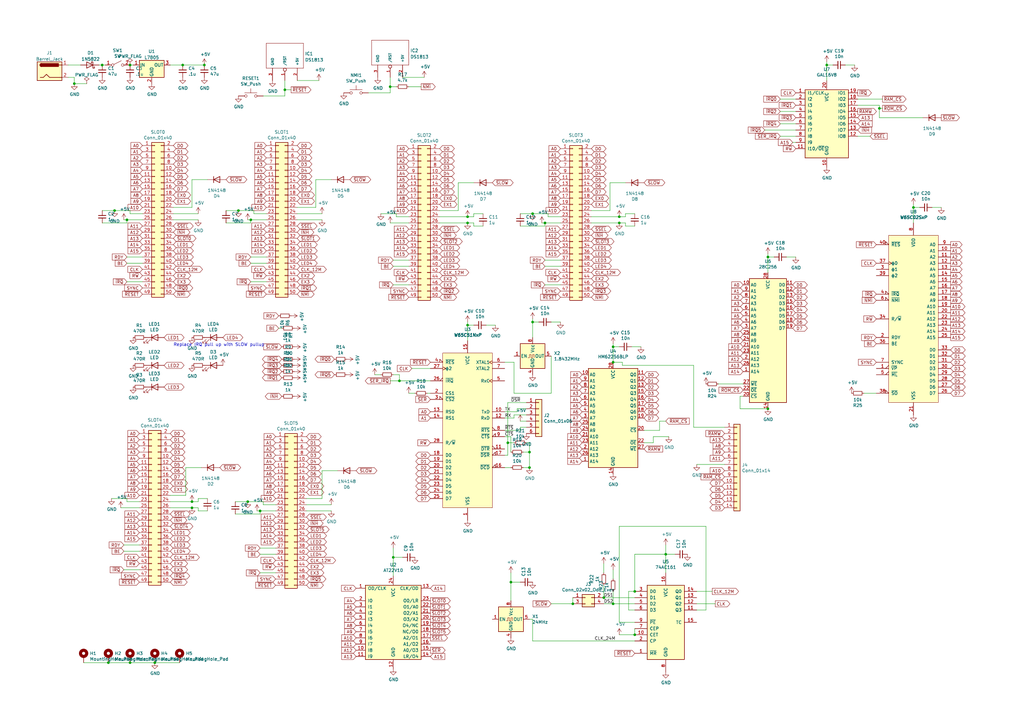
<source format=kicad_sch>
(kicad_sch (version 20211123) (generator eeschema)
  (paper "A3")
  (title_block (title "Planck computer") (date "2023-02-09") (rev "${VERSION}") (company "Six Pixels") (comment 1 "Updated power supply to 5.5mm jack"))
  (junction (at 101.6 205.74))
  (junction (at 251.46 247.65))
  (junction (at 30.48 34.29))
  (junction (at 63.5 271.78))
  (junction (at 116.84 36.83))
  (junction (at 234.95 247.65))
  (junction (at 247.65 245.11))
  (junction (at 97.79 86.36))
  (junction (at 260.35 260.35))
  (junction (at 106.68 209.55))
  (junction (at 209.55 238.76))
  (junction (at 83.82 26.67))
  (junction (at 44.45 271.78))
  (junction (at 102.87 90.17))
  (junction (at 74.93 26.67))
  (junction (at 218.44 132.08))
  (junction (at 374.65 85.09))
  (junction (at 163.83 156.21))
  (junction (at 251.46 148.59))
  (junction (at 53.34 271.78))
  (junction (at 314.96 105.41))
  (junction (at 208.28 181.61))
  (junction (at 78.74 208.28))
  (junction (at 314.96 167.64))
  (junction (at 251.46 142.24))
  (junction (at 46.99 86.36))
  (junction (at 161.29 228.6))
  (junction (at 41.91 26.67))
  (junction (at 191.77 91.44))
  (junction (at 78.74 205.74))
  (junction (at 217.17 191.77))
  (junction (at 223.52 91.44))
  (junction (at 273.05 227.33))
  (junction (at 360.68 44.45))
  (junction (at 339.09 26.67))
  (junction (at 217.17 185.42))
  (junction (at 191.77 133.35))
  (junction (at 260.35 242.57))
  (junction (at 53.34 26.67))
  (junction (at 191.77 88.9))
  (junction (at 254 91.44))
  (junction (at 160.02 35.56))
  (junction (at 52.07 90.17))
  (junction (at 218.44 87.63))
  (junction (at 254 88.9))
  (wire (pts (xy 41.91 91.44) (xy 52.07 91.44)))
  (wire (pts (xy 256.54 91.44) (xy 254 91.44)))
  (wire (pts (xy 326.39 105.41) (xy 322.58 105.41)))
  (wire (pts (xy 210.82 170.18) (xy 210.82 171.45)))
  (wire (pts (xy 257.81 250.19) (xy 257.81 242.57)))
  (wire (pts (xy 285.75 247.65) (xy 293.37 247.65)))
  (wire (pts (xy 273.05 172.72) (xy 270.51 172.72)))
  (wire (pts (xy 210.82 148.59) (xy 207.01 148.59)))
  (wire (pts (xy 165.1 228.6) (xy 161.29 228.6)))
  (wire (pts (xy 63.5 271.78) (xy 53.34 271.78)))
  (wire (pts (xy 116.84 36.83) (xy 119.38 36.83)))
  (wire (pts (xy 326.39 58.42) (xy 325.12 58.42)))
  (wire (pts (xy 50.8 226.06) (xy 57.15 226.06)))
  (wire (pts (xy 74.93 26.67) (xy 83.82 26.67)))
  (wire (pts (xy 254 215.9) (xy 254 255.27)))
  (wire (pts (xy 284.48 149.86) (xy 255.27 149.86)))
  (wire (pts (xy 116.84 39.37) (xy 107.95 39.37)))
  (wire (pts (xy 339.09 26.67) (xy 339.09 25.4)))
  (wire (pts (xy 209.55 191.77) (xy 207.01 191.77)))
  (wire (pts (xy 214.63 185.42) (xy 217.17 185.42)))
  (wire (pts (xy 132.08 87.63) (xy 121.92 87.63)))
  (wire (pts (xy 121.92 33.02) (xy 130.81 33.02)))
  (wire (pts (xy 285.75 250.19) (xy 289.56 250.19)))
  (wire (pts (xy 276.86 227.33) (xy 273.05 227.33)))
  (wire (pts (xy 81.28 204.47) (xy 85.09 204.47)))
  (wire (pts (xy 270.51 176.53) (xy 264.16 176.53)))
  (wire (pts (xy 223.52 91.44) (xy 222.25 91.44)))
  (wire (pts (xy 132.08 90.17) (xy 121.92 90.17)))
  (wire (pts (xy 229.87 91.44) (xy 223.52 91.44)))
  (wire (pts (xy 81.28 90.17) (xy 71.12 90.17)))
  (wire (pts (xy 163.83 153.67) (xy 163.83 156.21)))
  (wire (pts (xy 361.95 40.64) (xy 351.79 40.64)))
  (wire (pts (xy 187.96 86.36) (xy 180.34 86.36)))
  (wire (pts (xy 254 91.44) (xy 242.57 91.44)))
  (wire (pts (xy 207.01 176.53) (xy 213.36 176.53)))
  (wire (pts (xy 132.08 204.47) (xy 125.73 204.47)))
  (wire (pts (xy 27.94 26.67) (xy 33.02 26.67)))
  (wire (pts (xy 107.95 207.01) (xy 113.03 207.01)))
  (wire (pts (xy 30.48 31.75) (xy 27.94 31.75)))
  (wire (pts (xy 217.17 191.77) (xy 214.63 191.77)))
  (wire (pts (xy 81.28 209.55) (xy 81.28 208.28)))
  (wire (pts (xy 386.08 85.09) (xy 382.27 85.09)))
  (wire (pts (xy 163.83 156.21) (xy 160.02 156.21)))
  (wire (pts (xy 52.07 107.95) (xy 58.42 107.95)))
  (wire (pts (xy 194.31 88.9) (xy 194.31 87.63)))
  (wire (pts (xy 176.53 161.29) (xy 175.26 161.29)))
  (wire (pts (xy 289.56 215.9) (xy 289.56 250.19)))
  (wire (pts (xy 260.35 250.19) (xy 257.81 250.19)))
  (wire (pts (xy 209.55 238.76) (xy 209.55 234.95)))
  (wire (pts (xy 229.87 132.08) (xy 226.06 132.08)))
  (wire (pts (xy 267.97 179.07) (xy 267.97 181.61)))
  (wire (pts (xy 361.95 44.45) (xy 360.68 44.45)))
  (wire (pts (xy 350.52 26.67) (xy 346.71 26.67)))
  (wire (pts (xy 260.35 242.57) (xy 260.35 227.33)))
  (wire (pts (xy 217.17 185.42) (xy 217.17 191.77)))
  (wire (pts (xy 194.31 133.35) (xy 191.77 133.35)))
  (wire (pts (xy 215.9 172.72) (xy 213.36 172.72)))
  (wire (pts (xy 106.68 234.95) (xy 113.03 234.95)))
  (wire (pts (xy 210.82 171.45) (xy 207.01 171.45)))
  (wire (pts (xy 220.98 132.08) (xy 218.44 132.08)))
  (wire (pts (xy 49.53 208.28) (xy 57.15 208.28)))
  (wire (pts (xy 102.87 91.44) (xy 102.87 90.17)))
  (wire (pts (xy 251.46 242.57) (xy 251.46 247.65)))
  (wire (pts (xy 106.68 209.55) (xy 105.41 209.55)))
  (wire (pts (xy 107.95 205.74) (xy 101.6 205.74)))
  (wire (pts (xy 69.85 26.67) (xy 74.93 26.67)))
  (wire (pts (xy 218.44 254) (xy 218.44 262.89)))
  (wire (pts (xy 262.89 142.24) (xy 259.08 142.24)))
  (wire (pts (xy 52.07 105.41) (xy 58.42 105.41)))
  (wire (pts (xy 303.53 167.64) (xy 314.96 167.64)))
  (wire (pts (xy 176.53 156.21) (xy 163.83 156.21)))
  (wire (pts (xy 208.28 165.1) (xy 215.9 165.1)))
  (wire (pts (xy 260.35 227.33) (xy 273.05 227.33)))
  (wire (pts (xy 96.52 205.74) (xy 101.6 205.74)))
  (wire (pts (xy 162.56 87.63) (xy 156.21 87.63)))
  (wire (pts (xy 162.56 88.9) (xy 167.64 88.9)))
  (wire (pts (xy 217.17 254) (xy 218.44 254)))
  (wire (pts (xy 209.55 179.07) (xy 207.01 179.07)))
  (wire (pts (xy 224.79 88.9) (xy 229.87 88.9)))
  (wire (pts (xy 256.54 88.9) (xy 256.54 87.63)))
  (wire (pts (xy 226.06 161.29) (xy 210.82 161.29)))
  (wire (pts (xy 96.52 210.82) (xy 106.68 210.82)))
  (wire (pts (xy 160.02 35.56) (xy 160.02 38.1)))
  (wire (pts (xy 303.53 162.56) (xy 304.8 162.56)))
  (wire (pts (xy 73.66 271.78) (xy 63.5 271.78)))
  (wire (pts (xy 203.2 133.35) (xy 199.39 133.35)))
  (wire (pts (xy 289.56 215.9) (xy 254 215.9)))
  (wire (pts (xy 213.36 92.71) (xy 223.52 92.71)))
  (wire (pts (xy 360.68 48.26) (xy 360.68 44.45)))
  (wire (pts (xy 260.35 245.11) (xy 247.65 245.11)))
  (wire (pts (xy 251.46 233.68) (xy 251.46 237.49)))
  (wire (pts (xy 212.09 168.91) (xy 207.01 168.91)))
  (wire (pts (xy 257.81 242.57) (xy 260.35 242.57)))
  (wire (pts (xy 135.89 207.01) (xy 125.73 207.01)))
  (wire (pts (xy 191.77 133.35) (xy 191.77 132.08)))
  (wire (pts (xy 274.32 179.07) (xy 267.97 179.07)))
  (wire (pts (xy 30.48 34.29) (xy 35.56 34.29)))
  (wire (pts (xy 53.34 271.78) (xy 44.45 271.78)))
  (wire (pts (xy 297.18 190.5) (xy 285.75 190.5)))
  (wire (pts (xy 317.5 105.41) (xy 314.96 105.41)))
  (wire (pts (xy 30.48 34.29) (xy 30.48 31.75)))
  (wire (pts (xy 360.68 48.26) (xy 378.46 48.26)))
  (wire (pts (xy 251.46 148.59) (xy 251.46 142.24)))
  (wire (pts (xy 356.87 55.88) (xy 351.79 55.88)))
  (wire (pts (xy 161.29 153.67) (xy 163.83 153.67)))
  (wire (pts (xy 213.36 238.76) (xy 209.55 238.76)))
  (wire (pts (xy 209.55 179.07) (xy 209.55 185.42)))
  (wire (pts (xy 223.52 106.68) (xy 229.87 106.68)))
  (wire (pts (xy 165.1 31.75) (xy 173.99 31.75)))
  (wire (pts (xy 255.27 148.59) (xy 251.46 148.59)))
  (wire (pts (xy 50.8 233.68) (xy 57.15 233.68)))
  (wire (pts (xy 78.74 208.28) (xy 69.85 208.28)))
  (wire (pts (xy 76.2 191.77) (xy 76.2 203.2)))
  (wire (pts (xy 52.07 205.74) (xy 57.15 205.74)))
  (wire (pts (xy 53.34 87.63) (xy 58.42 87.63)))
  (wire (pts (xy 52.07 90.17) (xy 50.8 90.17)))
  (wire (pts (xy 210.82 161.29) (xy 210.82 148.59)))
  (wire (pts (xy 250.19 86.36) (xy 242.57 86.36)))
  (wire (pts (xy 113.03 209.55) (xy 106.68 209.55)))
  (wire (pts (xy 160.02 35.56) (xy 162.56 35.56)))
  (wire (pts (xy 284.48 175.26) (xy 284.48 149.86)))
  (wire (pts (xy 360.68 43.18) (xy 351.79 43.18)))
  (wire (pts (xy 234.95 247.65) (xy 234.95 245.11)))
  (wire (pts (xy 85.09 73.66) (xy 78.74 73.66)))
  (wire (pts (xy 52.07 91.44) (xy 52.07 90.17)))
  (wire (pts (xy 161.29 109.22) (xy 167.64 109.22)))
  (wire (pts (xy 78.74 85.09) (xy 71.12 85.09)))
  (wire (pts (xy 213.36 175.26) (xy 213.36 176.53)))
  (wire (pts (xy 116.84 33.02) (xy 116.84 36.83)))
  (wire (pts (xy 41.91 26.67) (xy 43.18 26.67)))
  (wire (pts (xy 215.9 167.64) (xy 212.09 167.64)))
  (wire (pts (xy 191.77 88.9) (xy 194.31 88.9)))
  (wire (pts (xy 102.87 115.57) (xy 109.22 115.57)))
  (wire (pts (xy 156.21 153.67) (xy 153.67 153.67)))
  (wire (pts (xy 76.2 203.2) (xy 69.85 203.2)))
  (wire (pts (xy 52.07 205.74) (xy 52.07 204.47)))
  (wire (pts (xy 52.07 204.47) (xy 45.72 204.47)))
  (wire (pts (xy 223.52 116.84) (xy 229.87 116.84)))
  (wire (pts (xy 256.54 87.63) (xy 260.35 87.63)))
  (wire (pts (xy 160.02 91.44) (xy 167.64 91.44)))
  (wire (pts (xy 215.9 175.26) (xy 213.36 175.26)))
  (wire (pts (xy 210.82 181.61) (xy 208.28 181.61)))
  (wire (pts (xy 129.54 73.66) (xy 129.54 85.09)))
  (wire (pts (xy 260.35 260.35) (xy 254 260.35)))
  (wire (pts (xy 226.06 247.65) (xy 234.95 247.65)))
  (wire (pts (xy 102.87 107.95) (xy 109.22 107.95)))
  (wire (pts (xy 104.14 86.36) (xy 97.79 86.36)))
  (wire (pts (xy 92.71 86.36) (xy 97.79 86.36)))
  (wire (pts (xy 226.06 146.05) (xy 226.06 161.29)))
  (wire (pts (xy 224.79 87.63) (xy 218.44 87.63)))
  (wire (pts (xy 40.64 26.67) (xy 41.91 26.67)))
  (wire (pts (xy 116.84 36.83) (xy 116.84 39.37)))
  (wire (pts (xy 44.45 271.78) (xy 34.29 271.78)))
  (wire (pts (xy 223.52 92.71) (xy 223.52 91.44)))
  (wire (pts (xy 374.65 91.44) (xy 374.65 85.09)))
  (wire (pts (xy 82.55 191.77) (xy 76.2 191.77)))
  (wire (pts (xy 255.27 149.86) (xy 255.27 148.59)))
  (wire (pts (xy 102.87 90.17) (xy 101.6 90.17)))
  (wire (pts (xy 256.54 92.71) (xy 256.54 91.44)))
  (wire (pts (xy 294.64 157.48) (xy 304.8 157.48)))
  (wire (pts (xy 160.02 38.1) (xy 151.13 38.1)))
  (wire (pts (xy 212.09 167.64) (xy 212.09 168.91)))
  (wire (pts (xy 247.65 231.14) (xy 247.65 234.95)))
  (wire (pts (xy 50.8 223.52) (xy 57.15 223.52)))
  (wire (pts (xy 104.14 87.63) (xy 104.14 86.36)))
  (wire (pts (xy 256.54 74.93) (xy 250.19 74.93)))
  (wire (pts (xy 135.89 209.55) (xy 125.73 209.55)))
  (wire (pts (xy 326.39 45.72) (xy 320.04 45.72)))
  (wire (pts (xy 273.05 234.95) (xy 273.05 227.33)))
  (wire (pts (xy 339.09 33.02) (xy 339.09 26.67)))
  (wire (pts (xy 254 142.24) (xy 251.46 142.24)))
  (wire (pts (xy 102.87 105.41) (xy 109.22 105.41)))
  (wire (pts (xy 320.04 55.88) (xy 326.39 55.88)))
  (wire (pts (xy 218.44 138.43) (xy 218.44 132.08)))
  (wire (pts (xy 254 88.9) (xy 256.54 88.9)))
  (wire (pts (xy 254 255.27) (xy 260.35 255.27)))
  (wire (pts (xy 106.68 227.33) (xy 113.03 227.33)))
  (wire (pts (xy 251.46 142.24) (xy 251.46 140.97)))
  (wire (pts (xy 314.96 111.76) (xy 314.96 105.41)))
  (wire (pts (xy 314.96 105.41) (xy 314.96 104.14)))
  (wire (pts (xy 191.77 91.44) (xy 194.31 91.44)))
  (wire (pts (xy 106.68 224.79) (xy 113.03 224.79)))
  (wire (pts (xy 92.71 91.44) (xy 102.87 91.44)))
  (wire (pts (xy 215.9 170.18) (xy 210.82 170.18)))
  (wire (pts (xy 207.01 186.69) (xy 208.28 186.69)))
  (wire (pts (xy 114.3 134.62) (xy 115.57 134.62)))
  (wire (pts (xy 360.68 44.45) (xy 360.68 43.18)))
  (wire (pts (xy 247.65 247.65) (xy 251.46 247.65)))
  (wire (pts (xy 81.28 205.74) (xy 81.28 204.47)))
  (wire (pts (xy 292.1 242.57) (xy 285.75 242.57)))
  (wire (pts (xy 215.9 181.61) (xy 217.17 181.61)))
  (wire (pts (xy 85.09 209.55) (xy 81.28 209.55)))
  (wire (pts (xy 341.63 26.67) (xy 339.09 26.67)))
  (wire (pts (xy 194.31 87.63) (xy 198.12 87.63)))
  (wire (pts (xy 161.29 106.68) (xy 167.64 106.68)))
  (wire (pts (xy 374.65 85.09) (xy 374.65 83.82)))
  (wire (pts (xy 326.39 53.34) (xy 313.69 53.34)))
  (wire (pts (xy 326.39 50.8) (xy 320.04 50.8)))
  (wire (pts (xy 106.68 210.82) (xy 106.68 209.55)))
  (wire (pts (xy 109.22 90.17) (xy 102.87 90.17)))
  (wire (pts (xy 191.77 88.9) (xy 180.34 88.9)))
  (wire (pts (xy 213.36 87.63) (xy 218.44 87.63)))
  (wire (pts (xy 208.28 181.61) (xy 208.28 186.69)))
  (wire (pts (xy 260.35 260.35) (xy 260.35 257.81)))
  (wire (pts (xy 209.55 246.38) (xy 209.55 238.76)))
  (wire (pts (xy 223.52 109.22) (xy 229.87 109.22)))
  (wire (pts (xy 81.28 208.28) (xy 78.74 208.28)))
  (wire (pts (xy 52.07 115.57) (xy 58.42 115.57)))
  (wire (pts (xy 191.77 91.44) (xy 180.34 91.44)))
  (wire (pts (xy 78.74 73.66) (xy 78.74 85.09)))
  (wire (pts (xy 194.31 74.93) (xy 187.96 74.93)))
  (wire (pts (xy 273.05 227.33) (xy 273.05 223.52)))
  (wire (pts (xy 224.79 88.9) (xy 224.79 87.63)))
  (wire (pts (xy 170.18 161.29) (xy 167.64 161.29)))
  (wire (pts (xy 161.29 228.6) (xy 161.29 224.79)))
  (wire (pts (xy 194.31 92.71) (xy 198.12 92.71)))
  (wire (pts (xy 53.34 87.63) (xy 53.34 86.36)))
  (wire (pts (xy 162.56 88.9) (xy 162.56 87.63)))
  (wire (pts (xy 78.74 205.74) (xy 81.28 205.74)))
  (wire (pts (xy 191.77 139.7) (xy 191.77 133.35)))
  (wire (pts (xy 250.19 74.93) (xy 250.19 86.36)))
  (wire (pts (xy 161.29 236.22) (xy 161.29 228.6)))
  (wire (pts (xy 53.34 86.36) (xy 46.99 86.36)))
  (wire (pts (xy 78.74 205.74) (xy 69.85 205.74)))
  (wire (pts (xy 176.53 151.13) (xy 168.91 151.13)))
  (wire (pts (xy 132.08 193.04) (xy 132.08 204.47)))
  (wire (pts (xy 161.29 116.84) (xy 167.64 116.84)))
  (wire (pts (xy 208.28 165.1) (xy 208.28 181.61)))
  (wire (pts (xy 359.41 161.29) (xy 354.33 161.29)))
  (wire (pts (xy 81.28 87.63) (xy 71.12 87.63)))
  (wire (pts (xy 160.02 31.75) (xy 160.02 35.56)))
  (wire (pts (xy 303.53 167.64) (xy 303.53 162.56)))
  (wire (pts (xy 129.54 85.09) (xy 121.92 85.09)))
  (wire (pts (xy 218.44 132.08) (xy 218.44 130.81)))
  (wire (pts (xy 41.91 86.36) (xy 46.99 86.36)))
  (wire (pts (xy 270.51 172.72) (xy 270.51 176.53)))
  (wire (pts (xy 138.43 193.04) (xy 132.08 193.04)))
  (wire (pts (xy 172.72 35.56) (xy 167.64 35.56)))
  (wire (pts (xy 260.35 92.71) (xy 256.54 92.71)))
  (wire (pts (xy 104.14 87.63) (xy 109.22 87.63)))
  (wire (pts (xy 267.97 181.61) (xy 264.16 181.61)))
  (wire (pts (xy 251.46 247.65) (xy 260.35 247.65)))
  (wire (pts (xy 254 88.9) (xy 242.57 88.9)))
  (wire (pts (xy 377.19 85.09) (xy 374.65 85.09)))
  (wire (pts (xy 297.18 175.26) (xy 284.48 175.26)))
  (wire (pts (xy 107.95 207.01) (xy 107.95 205.74)))
  (wire (pts (xy 58.42 90.17) (xy 52.07 90.17)))
  (wire (pts (xy 187.96 74.93) (xy 187.96 86.36)))
  (wire (pts (xy 194.31 91.44) (xy 194.31 92.71)))
  (wire (pts (xy 218.44 262.89) (xy 260.35 262.89)))
  (wire (pts (xy 135.89 73.66) (xy 129.54 73.66)))
  (wire (pts (xy 53.34 26.67) (xy 54.61 26.67)))
  (wire (pts (xy 217.17 181.61) (xy 217.17 185.42)))
  (wire (pts (xy 326.39 40.64) (xy 320.04 40.64)))
  (wire (pts (xy 247.65 240.03) (xy 247.65 245.11)))
  (text "Replace IRQ pull up with SLOW pullup" (at 71.12 142.24 0) (effects (font (size 1.27 1.27)) (justify left bottom)))
  (label "TX" (at 207.01 168.91 0))
  (label "~{DSR}" (at 209.55 165.1 0))
  (label "~{CTS}" (at 207.01 179.07 0))
  (label "RX" (at 207.01 171.45 0))
  (label "DS1" (at 247.65 245.11 0))
  (label "CLK_24M" (at 243.84 262.89 0))
  (label "DS2" (at 247.65 247.65 0))
  (label "~{RTS}" (at 207.01 176.53 0))
  (global_label "A4" (shape input) (at 229.87 71.12 180) (property "Intersheet References" "${INTERSHEET_REFS}" (effects hide)))
  (global_label "A10" (shape input) (at 146.05 261.62 180) (property "Intersheet References" "${INTERSHEET_REFS}" (effects hide)))
  (global_label "CLK_12M" (shape bidirectional) (at 125.73 229.87 0) (property "Intersheet References" "${INTERSHEET_REFS}" (effects hide)))
  (global_label "RDY" (shape input) (at 106.68 224.79 180) (property "Intersheet References" "${INTERSHEET_REFS}" (effects hide)))
  (global_label "A15" (shape input) (at 113.03 222.25 180) (property "Intersheet References" "${INTERSHEET_REFS}" (effects hide)))
  (global_label "~{SSEL}" (shape bidirectional) (at 242.57 93.98 0) (property "Intersheet References" "${INTERSHEET_REFS}" (effects hide)))
  (global_label "A9" (shape input) (at 238.76 176.53 180) (property "Intersheet References" "${INTERSHEET_REFS}" (effects hide)))
  (global_label "~{INH}" (shape bidirectional) (at 180.34 96.52 0) (property "Intersheet References" "${INTERSHEET_REFS}" (effects hide)))
  (global_label "D2" (shape bidirectional) (at 242.57 66.04 0) (property "Intersheet References" "${INTERSHEET_REFS}" (effects hide)))
  (global_label "LED2" (shape bidirectional) (at 67.31 149.86 0) (property "Intersheet References" "${INTERSHEET_REFS}" (effects hide)))
  (global_label "A1" (shape input) (at 238.76 156.21 180) (property "Intersheet References" "${INTERSHEET_REFS}" (effects hide)))
  (global_label "A5" (shape input) (at 304.8 129.54 180) (property "Intersheet References" "${INTERSHEET_REFS}" (effects hide)))
  (global_label "A13" (shape input) (at 113.03 217.17 180) (property "Intersheet References" "${INTERSHEET_REFS}" (effects hide)))
  (global_label "A0" (shape input) (at 109.22 59.69 180) (property "Intersheet References" "${INTERSHEET_REFS}" (effects hide)))
  (global_label "EX2" (shape bidirectional) (at 125.73 232.41 0) (property "Intersheet References" "${INTERSHEET_REFS}" (effects hide)))
  (global_label "D2" (shape bidirectional) (at 176.53 191.77 180) (property "Intersheet References" "${INTERSHEET_REFS}" (effects hide)))
  (global_label "D7" (shape bidirectional) (at 242.57 78.74 0) (property "Intersheet References" "${INTERSHEET_REFS}" (effects hide)))
  (global_label "LED3" (shape bidirectional) (at 242.57 106.68 0) (property "Intersheet References" "${INTERSHEET_REFS}" (effects hide)))
  (global_label "A14" (shape input) (at 229.87 101.6 180) (property "Intersheet References" "${INTERSHEET_REFS}" (effects hide)))
  (global_label "LED4" (shape bidirectional) (at 71.12 107.95 0) (property "Intersheet References" "${INTERSHEET_REFS}" (effects hide)))
  (global_label "A14" (shape input) (at 58.42 100.33 180) (property "Intersheet References" "${INTERSHEET_REFS}" (effects hide)))
  (global_label "A11" (shape output) (at 389.89 128.27 0) (property "Intersheet References" "${INTERSHEET_REFS}" (effects hide)))
  (global_label "A7" (shape input) (at 304.8 134.62 180) (property "Intersheet References" "${INTERSHEET_REFS}" (effects hide)))
  (global_label "~{SLOW}" (shape bidirectional) (at 90.17 191.77 0) (property "Intersheet References" "${INTERSHEET_REFS}" (effects hide)))
  (global_label "A5" (shape input) (at 229.87 73.66 180) (property "Intersheet References" "${INTERSHEET_REFS}" (effects hide)))
  (global_label "A10" (shape input) (at 113.03 204.47 180) (property "Intersheet References" "${INTERSHEET_REFS}" (effects hide)))
  (global_label "A0" (shape input) (at 57.15 177.8 180) (property "Intersheet References" "${INTERSHEET_REFS}" (effects hide)))
  (global_label "~{IRQ}" (shape output) (at 351.79 38.1 0) (property "Intersheet References" "${INTERSHEET_REFS}" (effects hide)))
  (global_label "RDY" (shape input) (at 223.52 106.68 180) (property "Intersheet References" "${INTERSHEET_REFS}" (effects hide)))
  (global_label "~{RESET}" (shape input) (at 229.87 121.92 180) (property "Intersheet References" "${INTERSHEET_REFS}" (effects hide)))
  (global_label "D7" (shape bidirectional) (at 180.34 78.74 0) (property "Intersheet References" "${INTERSHEET_REFS}" (effects hide)))
  (global_label "A12" (shape input) (at 229.87 96.52 180) (property "Intersheet References" "${INTERSHEET_REFS}" (effects hide)))
  (global_label "R~{W}" (shape input) (at 229.87 114.3 180) (property "Intersheet References" "${INTERSHEET_REFS}" (effects hide)))
  (global_label "A5" (shape input) (at 113.03 191.77 180) (property "Intersheet References" "${INTERSHEET_REFS}" (effects hide)))
  (global_label "A4" (shape input) (at 238.76 163.83 180) (property "Intersheet References" "${INTERSHEET_REFS}" (effects hide)))
  (global_label "~{IRQ}" (shape input) (at 102.87 115.57 180) (property "Intersheet References" "${INTERSHEET_REFS}" (effects hide)))
  (global_label "~{IRQ1}" (shape bidirectional) (at 115.57 154.94 180) (property "Intersheet References" "${INTERSHEET_REFS}" (effects hide)))
  (global_label "CLK" (shape input) (at 113.03 229.87 180) (property "Intersheet References" "${INTERSHEET_REFS}" (effects hide)))
  (global_label "BE" (shape input) (at 359.41 140.97 180) (property "Intersheet References" "${INTERSHEET_REFS}" (effects hide)))
  (global_label "~{IRQ}" (shape input) (at 223.52 116.84 180) (property "Intersheet References" "${INTERSHEET_REFS}" (effects hide)))
  (global_label "CLK_12M" (shape bidirectional) (at 69.85 228.6 0) (property "Intersheet References" "${INTERSHEET_REFS}" (effects hide)))
  (global_label "~{RAM_CS}" (shape input) (at 297.18 195.58 180) (property "Intersheet References" "${INTERSHEET_REFS}" (effects hide)))
  (global_label "~{IRQ}" (shape input) (at 161.29 116.84 180) (property "Intersheet References" "${INTERSHEET_REFS}" (effects hide)))
  (global_label "A6" (shape input) (at 57.15 193.04 180) (property "Intersheet References" "${INTERSHEET_REFS}" (effects hide)))
  (global_label "A2" (shape input) (at 229.87 66.04 180) (property "Intersheet References" "${INTERSHEET_REFS}" (effects hide)))
  (global_label "A8" (shape input) (at 167.64 81.28 180) (property "Intersheet References" "${INTERSHEET_REFS}" (effects hide)))
  (global_label "D7" (shape bidirectional) (at 297.18 198.12 180) (property "Intersheet References" "${INTERSHEET_REFS}" (effects hide)))
  (global_label "D4" (shape bidirectional) (at 325.12 127 0) (property "Intersheet References" "${INTERSHEET_REFS}" (effects hide)))
  (global_label "A15" (shape input) (at 325.12 58.42 180) (property "Intersheet References" "${INTERSHEET_REFS}" (effects hide)))
  (global_label "D5" (shape bidirectional) (at 71.12 72.39 0) (property "Intersheet References" "${INTERSHEET_REFS}" (effects hide)))
  (global_label "A12" (shape input) (at 238.76 184.15 180) (property "Intersheet References" "${INTERSHEET_REFS}" (effects hide)))
  (global_label "A6" (shape input) (at 229.87 76.2 180) (property "Intersheet References" "${INTERSHEET_REFS}" (effects hide)))
  (global_label "~{NMI}" (shape bidirectional) (at 69.85 238.76 0) (property "Intersheet References" "${INTERSHEET_REFS}" (effects hide)))
  (global_label "~{INH}" (shape bidirectional) (at 69.85 213.36 0) (property "Intersheet References" "${INTERSHEET_REFS}" (effects hide)))
  (global_label "A12" (shape input) (at 57.15 213.36 180) (property "Intersheet References" "${INTERSHEET_REFS}" (effects hide)))
  (global_label "~{SLOW}" (shape bidirectional) (at 146.05 193.04 0) (property "Intersheet References" "${INTERSHEET_REFS}" (effects hide)))
  (global_label "A12" (shape input) (at 109.22 95.25 180) (property "Intersheet References" "${INTERSHEET_REFS}" (effects hide)))
  (global_label "A7" (shape input) (at 57.15 195.58 180) (property "Intersheet References" "${INTERSHEET_REFS}" (effects hide)))
  (global_label "D4" (shape bidirectional) (at 69.85 187.96 0) (property "Intersheet References" "${INTERSHEET_REFS}" (effects hide)))
  (global_label "D4" (shape bidirectional) (at 121.92 69.85 0) (property "Intersheet References" "${INTERSHEET_REFS}" (effects hide)))
  (global_label "D7" (shape bidirectional) (at 125.73 196.85 0) (property "Intersheet References" "${INTERSHEET_REFS}" (effects hide)))
  (global_label "D3" (shape bidirectional) (at 180.34 68.58 0) (property "Intersheet References" "${INTERSHEET_REFS}" (effects hide)))
  (global_label "A0" (shape input) (at 167.64 60.96 180) (property "Intersheet References" "${INTERSHEET_REFS}" (effects hide)))
  (global_label "~{RAMW}" (shape input) (at 297.18 177.8 180) (property "Intersheet References" "${INTERSHEET_REFS}" (effects hide)))
  (global_label "~{SLOW}" (shape bidirectional) (at 201.93 74.93 0) (property "Intersheet References" "${INTERSHEET_REFS}" (effects hide)))
  (global_label "A7" (shape input) (at 229.87 78.74 180) (property "Intersheet References" "${INTERSHEET_REFS}" (effects hide)))
  (global_label "D3" (shape bidirectional) (at 121.92 67.31 0) (property "Intersheet References" "${INTERSHEET_REFS}" (effects hide)))
  (global_label "A13" (shape input) (at 351.79 48.26 0) (property "Intersheet References" "${INTERSHEET_REFS}" (effects hide)))
  (global_label "A12" (shape input) (at 113.03 214.63 180) (property "Intersheet References" "${INTERSHEET_REFS}" (effects hide)))
  (global_label "LED2" (shape bidirectional) (at 121.92 102.87 0) (property "Intersheet References" "${INTERSHEET_REFS}" (effects hide)))
  (global_label "A15" (shape input) (at 109.22 102.87 180) (property "Intersheet References" "${INTERSHEET_REFS}" (effects hide)))
  (global_label "D3" (shape bidirectional) (at 264.16 161.29 0) (property "Intersheet References" "${INTERSHEET_REFS}" (effects hide)))
  (global_label "~{NMI}" (shape bidirectional) (at 71.12 120.65 0) (property "Intersheet References" "${INTERSHEET_REFS}" (effects hide)))
  (global_label "D6" (shape bidirectional) (at 325.12 132.08 0) (property "Intersheet References" "${INTERSHEET_REFS}" (effects hide)))
  (global_label "~{NMI}" (shape bidirectional) (at 242.57 121.92 0) (property "Intersheet References" "${INTERSHEET_REFS}" (effects hide)))
  (global_label "A14" (shape input) (at 238.76 189.23 180) (property "Intersheet References" "${INTERSHEET_REFS}" (effects hide)))
  (global_label "~{INH}" (shape bidirectional) (at 125.73 214.63 0) (property "Intersheet References" "${INTERSHEET_REFS}" (effects hide)))
  (global_label "A7" (shape input) (at 146.05 254 180) (property "Intersheet References" "${INTERSHEET_REFS}" (effects hide)))
  (global_label "A7" (shape input) (at 167.64 78.74 180) (property "Intersheet References" "${INTERSHEET_REFS}" (effects hide)))
  (global_label "D0" (shape bidirectional) (at 121.92 59.69 0) (property "Intersheet References" "${INTERSHEET_REFS}" (effects hide)))
  (global_label "BE" (shape input) (at 161.29 109.22 180) (property "Intersheet References" "${INTERSHEET_REFS}" (effects hide)))
  (global_label "A13" (shape input) (at 229.87 99.06 180) (property "Intersheet References" "${INTERSHEET_REFS}" (effects hide)))
  (global_label "LED4" (shape bidirectional) (at 242.57 109.22 0) (property "Intersheet References" "${INTERSHEET_REFS}" (effects hide)))
  (global_label "A3" (shape output) (at 389.89 107.95 0) (property "Intersheet References" "${INTERSHEET_REFS}" (effects hide)))
  (global_label "R~{W}" (shape input) (at 167.64 114.3 180) (property "Intersheet References" "${INTERSHEET_REFS}" (effects hide)))
  (global_label "EX0" (shape bidirectional) (at 242.57 81.28 0) (property "Intersheet References" "${INTERSHEET_REFS}" (effects hide)))
  (global_label "~{IRQ4}" (shape bidirectional) (at 69.85 236.22 0) (property "Intersheet References" "${INTERSHEET_REFS}" (effects hide)))
  (global_label "D7" (shape bidirectional) (at 176.53 204.47 180) (property "Intersheet References" "${INTERSHEET_REFS}" (effects hide)))
  (global_label "A9" (shape input) (at 167.64 83.82 180) (property "Intersheet References" "${INTERSHEET_REFS}" (effects hide)))
  (global_label "D0" (shape bidirectional) (at 69.85 177.8 0) (property "Intersheet References" "${INTERSHEET_REFS}" (effects hide)))
  (global_label "LED1" (shape bidirectional) (at 121.92 100.33 0) (property "Intersheet References" "${INTERSHEET_REFS}" (effects hide)))
  (global_label "EX3" (shape bidirectional) (at 242.57 116.84 0) (property "Intersheet References" "${INTERSHEET_REFS}" (effects hide)))
  (global_label "D3" (shape bidirectional) (at 69.85 185.42 0) (property "Intersheet References" "${INTERSHEET_REFS}" (effects hide)))
  (global_label "RDY" (shape input) (at 52.07 105.41 180) (property "Intersheet References" "${INTERSHEET_REFS}" (effects hide)))
  (global_label "EX1" (shape bidirectional) (at 242.57 83.82 0) (property "Intersheet References" "${INTERSHEET_REFS}" (effects hide)))
  (global_label "A4" (shape input) (at 167.64 71.12 180) (property "Intersheet References" "${INTERSHEET_REFS}" (effects hide)))
  (global_label "LED4" (shape bidirectional) (at 180.34 109.22 0) (property "Intersheet References" "${INTERSHEET_REFS}" (effects hide)))
  (global_label "D0" (shape bidirectional) (at 180.34 60.96 0) (property "Intersheet References" "${INTERSHEET_REFS}" (effects hide)))
  (global_label "A12" (shape input) (at 146.05 266.7 180) (property "Intersheet References" "${INTERSHEET_REFS}" (effects hide)))
  (global_label "A10" (shape input) (at 109.22 85.09 180) (property "Intersheet References" "${INTERSHEET_REFS}" (effects hide)))
  (global_label "A5" (shape input) (at 58.42 72.39 180) (property "Intersheet References" "${INTERSHEET_REFS}" (effects hide)))
  (global_label "D6" (shape bidirectional) (at 180.34 76.2 0) (property "Intersheet References" "${INTERSHEET_REFS}" (effects hide)))
  (global_label "A10" (shape input) (at 57.15 203.2 180) (property "Intersheet References" "${INTERSHEET_REFS}" (effects hide)))
  (global_label "A5" (shape input) (at 238.76 166.37 180) (property "Intersheet References" "${INTERSHEET_REFS}" (effects hide)))
  (global_label "SYNC" (shape input) (at 113.03 237.49 180) (property "Intersheet References" "${INTERSHEET_REFS}" (effects hide)))
  (global_label "~{RESET}" (shape input) (at 167.64 121.92 180) (property "Intersheet References" "${INTERSHEET_REFS}" (effects hide)))
  (global_label "D3" (shape bidirectional) (at 389.89 151.13 0) (property "Intersheet References" "${INTERSHEET_REFS}" (effects hide)))
  (global_label "A8" (shape input) (at 304.8 137.16 180) (property "Intersheet References" "${INTERSHEET_REFS}" (effects hide)))
  (global_label "EX1" (shape bidirectional) (at 121.92 82.55 0) (property "Intersheet References" "${INTERSHEET_REFS}" (effects hide)))
  (global_label "D1" (shape bidirectional) (at 71.12 62.23 0) (property "Intersheet References" "${INTERSHEET_REFS}" (effects hide)))
  (global_label "A3" (shape input) (at 109.22 67.31 180) (property "Intersheet References" "${INTERSHEET_REFS}" (effects hide)))
  (global_label "R~{W}" (shape input) (at 57.15 231.14 180) (property "Intersheet References" "${INTERSHEET_REFS}" (effects hide)))
  (global_label "LED1" (shape bidirectional) (at 180.34 101.6 0) (property "Intersheet References" "${INTERSHEET_REFS}" (effects hide)))
  (global_label "A8" (shape input) (at 109.22 80.01 180) (property "Intersheet References" "${INTERSHEET_REFS}" (effects hide)))
  (global_label "EX2" (shape bidirectional) (at 71.12 113.03 0) (property "Intersheet References" "${INTERSHEET_REFS}" (effects hide)))
  (global_label "A13" (shape input) (at 58.42 97.79 180) (property "Intersheet References" "${INTERSHEET_REFS}" (effects hide)))
  (global_label "D1" (shape bidirectional) (at 242.57 63.5 0) (property "Intersheet References" "${INTERSHEET_REFS}" (effects hide)))
  (global_label "D6" (shape bidirectional) (at 176.53 201.93 180) (property "Intersheet References" "${INTERSHEET_REFS}" (effects hide)))
  (global_label "~{SLOT5}" (shape output) (at 176.53 259.08 0) (property "Intersheet References" "${INTERSHEET_REFS}" (effects hide)))
  (global_label "~{SLOT3}" (shape bidirectional) (at 242.57 99.06 0) (property "Intersheet References" "${INTERSHEET_REFS}" (effects hide)))
  (global_label "~{IRQ}" (shape input) (at 52.07 115.57 180) (property "Intersheet References" "${INTERSHEET_REFS}" (effects hide)))
  (global_label "A9" (shape input) (at 113.03 201.93 180) (property "Intersheet References" "${INTERSHEET_REFS}" (effects hide)))
  (global_label "A15" (shape input) (at 229.87 104.14 180) (property "Intersheet References" "${INTERSHEET_REFS}" (effects hide)))
  (global_label "A9" (shape input) (at 297.18 185.42 180) (property "Intersheet References" "${INTERSHEET_REFS}" (effects hide)))
  (global_label "~{SLOT1}" (shape output) (at 176.53 248.92 0) (property "Intersheet References" "${INTERSHEET_REFS}" (effects hide)))
  (global_label "A8" (shape output) (at 389.89 120.65 0) (property "Intersheet References" "${INTERSHEET_REFS}" (effects hide)))
  (global_label "D3" (shape bidirectional) (at 325.12 124.46 0) (property "Intersheet References" "${INTERSHEET_REFS}" (effects hide)))
  (global_label "D7" (shape bidirectional) (at 264.16 171.45 0) (property "Intersheet References" "${INTERSHEET_REFS}" (effects hide)))
  (global_label "D2" (shape bidirectional) (at 325.12 121.92 0) (property "Intersheet References" "${INTERSHEET_REFS}" (effects hide)))
  (global_label "A7" (shape input) (at 109.22 77.47 180) (property "Intersheet References" "${INTERSHEET_REFS}" (effects hide)))
  (global_label "D2" (shape bidirectional) (at 264.16 158.75 0) (property "Intersheet References" "${INTERSHEET_REFS}" (effects hide)))
  (global_label "A2" (shape input) (at 167.64 66.04 180) (property "Intersheet References" "${INTERSHEET_REFS}" (effects hide)))
  (global_label "D1" (shape bidirectional) (at 264.16 156.21 0) (property "Intersheet References" "${INTERSHEET_REFS}" (effects hide)))
  (global_label "A3" (shape input) (at 229.87 68.58 180) (property "Intersheet References" "${INTERSHEET_REFS}" (effects hide)))
  (global_label "D3" (shape bidirectional) (at 242.57 68.58 0) (property "Intersheet References" "${INTERSHEET_REFS}" (effects hide)))
  (global_label "LED4" (shape bidirectional) (at 69.85 226.06 0) (property "Intersheet References" "${INTERSHEET_REFS}" (effects hide)))
  (global_label "R~{W}" (shape input) (at 359.41 130.81 180) (property "Intersheet References" "${INTERSHEET_REFS}" (effects hide)))
  (global_label "R~{W}" (shape input) (at 109.22 113.03 180) (property "Intersheet References" "${INTERSHEET_REFS}" (effects hide)))
  (global_label "A13" (shape output) (at 389.89 133.35 0) (property "Intersheet References" "${INTERSHEET_REFS}" (effects hide)))
  (global_label "D2" (shape bidirectional) (at 121.92 64.77 0) (property "Intersheet References" "${INTERSHEET_REFS}" (effects hide)))
  (global_label "A1" (shape input) (at 229.87 63.5 180) (property "Intersheet References" "${INTERSHEET_REFS}" (effects hide)))
  (global_label "~{RESET}" (shape input) (at 109.22 120.65 180) (property "Intersheet References" "${INTERSHEET_REFS}" (effects hide)))
  (global_label "A6" (shape input) (at 146.05 251.46 180) (property "Intersheet References" "${INTERSHEET_REFS}" (effects hide)))
  (global_label "A9" (shape input) (at 58.42 82.55 180) (property "Intersheet References" "${INTERSHEET_REFS}" (effects hide)))
  (global_label "A8" (shape input) (at 58.42 80.01 180) (property "Intersheet References" "${INTERSHEET_REFS}" (effects hide)))
  (global_label "LED3" (shape bidirectional) (at 180.34 106.68 0) (property "Intersheet References" "${INTERSHEET_REFS}" (effects hide)))
  (global_label "~{NMI}" (shape bidirectional) (at 125.73 240.03 0) (property "Intersheet References" "${INTERSHEET_REFS}" (effects hide)))
  (global_label "~{IRQ5}" (shape bidirectional) (at 125.73 237.49 0) (property "Intersheet References" "${INTERSHEET_REFS}" (effects hide)))
  (global_label "~{SLOW}" (shape output) (at 386.08 48.26 0) (property "Intersheet References" "${INTERSHEET_REFS}" (effects hide)))
  (global_label "A2" (shape input) (at 58.42 64.77 180) (property "Intersheet References" "${INTERSHEET_REFS}" (effects hide)))
  (global_label "A0" (shape input) (at 229.87 60.96 180) (property "Intersheet References" "${INTERSHEET_REFS}" (effects hide)))
  (global_label "D5" (shape bidirectional) (at 325.12 129.54 0) (property "Intersheet References" "${INTERSHEET_REFS}" (effects hide)))
  (global_label "D0" (shape bidirectional) (at 242.57 60.96 0) (property "Intersheet References" "${INTERSHEET_REFS}" (effects hide)))
  (global_label "CLK" (shape input) (at 58.42 110.49 180) (property "Intersheet References" "${INTERSHEET_REFS}" (effects hide)))
  (global_label "A1" (shape input) (at 57.15 180.34 180) (property "Intersheet References" "${INTERSHEET_REFS}" (effects hide)))
  (global_label "EX0" (shape bidirectional) (at 180.34 81.28 0) (property "Intersheet References" "${INTERSHEET_REFS}" (effects hide)))
  (global_label "A11" (shape input) (at 167.64 93.98 180) (property "Intersheet References" "${INTERSHEET_REFS}" (effects hide)))
  (global_label "A0" (shape output) (at 389.89 100.33 0) (property "Intersheet References" "${INTERSHEET_REFS}" (effects hide)))
  (global_label "R~{W}" (shape input) (at 58.42 113.03 180) (property "Intersheet References" "${INTERSHEET_REFS}" (effects hide)))
  (global_label "A14" (shape input) (at 167.64 101.6 180) (property "Intersheet References" "${INTERSHEET_REFS}" (effects hide)))
  (global_label "LED1" (shape bidirectional) (at 67.31 138.43 0) (property "Intersheet References" "${INTERSHEET_REFS}" (effects hide)))
  (global_label "D6" (shape bidirectional) (at 69.85 193.04 0) (property "Intersheet References" "${INTERSHEET_REFS}" (effects hide)))
  (global_label "CLK" (shape input) (at 168.91 151.13 180) (property "Intersheet References" "${INTERSHEET_REFS}" (effects hide)))
  (global_label "A9" (shape input) (at 57.15 200.66 180) (property "Intersheet References" "${INTERSHEET_REFS}" (effects hide)))
  (global_label "A11" (shape input) (at 113.03 212.09 180) (property "Intersheet References" "${INTERSHEET_REFS}" (effects hide)))
  (global_label "A6" (shape input) (at 113.03 194.31 180) (property "Intersheet References" "${INTERSHEET_REFS}" (effects hide)))
  (global_label "RDY" (shape input) (at 359.41 138.43 180) (property "Intersheet References" "${INTERSHEET_REFS}" (effects hide)))
  (global_label "CLK" (shape input) (at 359.41 107.95 180) (property "Intersheet References" "${INTERSHEET_REFS}" (effects hide)))
  (global_label "~{IRQ3}" (shape bidirectional) (at 115.57 149.86 180) (property "Intersheet References" "${INTERSHEET_REFS}" (effects hide)))
  (global_label "A2" (shape input) (at 304.8 121.92 180) (property "Intersheet References" "${INTERSHEET_REFS}" (effects hide)))
  (global_label "D4" (shape bidirectional) (at 264.16 163.83 0) (property "Intersheet References" "${INTERSHEET_REFS}" (effects hide)))
  (global_label "EX2" (shape bidirectional) (at 180.34 114.3 0) (property "Intersheet References" "${INTERSHEET_REFS}" (effects hide)))
  (global_label "CLK" (shape input) (at 167.64 111.76 180) (property "Intersheet References" "${INTERSHEET_REFS}" (effects hide)))
  (global_label "~{IRQ5}" (shape bidirectional) (at 137.16 153.67 180) (property "Intersheet References" "${INTERSHEET_REFS}" (effects hide)))
  (global_label "D5" (shape bidirectional) (at 121.92 72.39 0) (property "Intersheet References" "${INTERSHEET_REFS}" (effects hide)))
  (global_label "A3" (shape input) (at 57.15 185.42 180) (property "Intersheet References" "${INTERSHEET_REFS}" (effects hide)))
  (global_label "A12" (shape output) (at 389.89 130.81 0) (property "Intersheet References" "${INTERSHEET_REFS}" (effects hide)))
  (global_label "LED1" (shape bidirectional) (at 71.12 100.33 0) (property "Intersheet References" "${INTERSHEET_REFS}" (effects hide)))
  (global_label "LED4" (shape bidirectional) (at 121.92 107.95 0) (property "Intersheet References" "${INTERSHEET_REFS}" (effects hide)))
  (global_label "~{SSEL}" (shape bidirectional) (at 69.85 210.82 0) (property "Intersheet References" "${INTERSHEET_REFS}" (effects hide)))
  (global_label "~{RESET}" (shape output) (at 119.38 36.83 0) (property "Intersheet References" "${INTERSHEET_REFS}" (effects hide)))
  (global_label "A9" (shape input) (at 304.8 139.7 180) (property "Intersheet References" "${INTERSHEET_REFS}" (effects hide)))
  (global_label "D5" (shape bidirectional) (at 176.53 199.39 180) (property "Intersheet References" "${INTERSHEET_REFS}" (effects hide)))
  (global_label "LED2" (shape bidirectional) (at 180.34 104.14 0) (property "Intersheet References" "${INTERSHEET_REFS}" (effects hide)))
  (global_label "A14" (shape input) (at 351.79 50.8 0) (property "Intersheet References" "${INTERSHEET_REFS}" (effects hide)))
  (global_label "BE" (shape input) (at 50.8 226.06 180) (property "Intersheet References" "${INTERSHEET_REFS}" (effects hide)))
  (global_label "A1" (shape input) (at 176.53 171.45 180) (property "Intersheet References" "${INTERSHEET_REFS}" (effects hide)))
  (global_label "A15" (shape input) (at 57.15 220.98 180) (property "Intersheet References" "${INTERSHEET_REFS}" (effects hide)))
  (global_label "D3" (shape bidirectional) (at 176.53 194.31 180) (property "Intersheet References" "${INTERSHEET_REFS}" (effects hide)))
  (global_label "D0" (shape bidirectional) (at 176.53 186.69 180) (property "Intersheet References" "${INTERSHEET_REFS}" (effects hide)))
  (global_label "~{NMI}" (shape input) (at 359.41 123.19 180) (property "Intersheet References" "${INTERSHEET_REFS}" (effects hide)))
  (global_label "A4" (shape input) (at 146.05 246.38 180) (property "Intersheet References" "${INTERSHEET_REFS}" (effects hide)))
  (global_label "LED3" (shape bidirectional) (at 125.73 224.79 0) (property "Intersheet References" "${INTERSHEET_REFS}" (effects hide)))
  (global_label "CLK" (shape input) (at 326.39 38.1 180) (property "Intersheet References" "${INTERSHEET_REFS}" (effects hide)))
  (global_label "A13" (shape input) (at 167.64 99.06 180) (property "Intersheet References" "${INTERSHEET_REFS}" (effects hide)))
  (global_label "D7" (shape bidirectional) (at 71.12 77.47 0) (property "Intersheet References" "${INTERSHEET_REFS}" (effects hide)))
  (global_label "A5" (shape output) (at 389.89 113.03 0) (property "Intersheet References" "${INTERSHEET_REFS}" (effects hide)))
  (global_label "~{SLOT2}" (shape output) (at 176.53 251.46 0) (property "Intersheet References" "${INTERSHEET_REFS}" (effects hide)))
  (global_label "A8" (shape input) (at 229.87 81.28 180) (property "Intersheet References" "${INTERSHEET_REFS}" (effects hide)))
  (global_label "EX0" (shape bidirectional) (at 125.73 199.39 0) (property "Intersheet References" "${INTERSHEET_REFS}" (effects hide)))
  (global_label "~{RESET}" (shape input) (at 58.42 120.65 180) (property "Intersheet References" "${INTERSHEET_REFS}" (effects hide)))
  (global_label "A2" (shape output) (at 389.89 105.41 0) (property "Intersheet References" "${INTERSHEET_REFS}" (effects hide)))
  (global_label "~{IRQ}" (shape input) (at 359.41 120.65 180) (property "Intersheet References" "${INTERSHEET_REFS}" (effects hide)))
  (global_label "RDY" (shape input) (at 102.87 105.41 180) (property "Intersheet References" "${INTERSHEET_REFS}" (effects hide)))
  (global_label "D5" (shape bidirectional) (at 180.34 73.66 0) (property "Intersheet References" "${INTERSHEET_REFS}" (effects hide)))
  (global_label "A7" (shape input) (at 238.76 171.45 180) (property "Intersheet References" "${INTERSHEET_REFS}" (effects hide)))
  (global_label "RDY" (shape input) (at 161.29 106.68 180) (property "Intersheet References" "${INTERSHEET_REFS}" (effects hide)))
  (global_label "A7" (shape output) (at 389.89 118.11 0) (property "Intersheet References" "${INTERSHEET_REFS}" (effects hide)))
  (global_label "D7" (shape bidirectional) (at 389.89 161.29 0) (property "Intersheet References" "${INTERSHEET_REFS}" (effects hide)))
  (global_label "D4" (shape bidirectional) (at 297.18 205.74 180) (property "Intersheet References" "${INTERSHEET_REFS}" (effects hide)))
  (global_label "~{RESET}" (shape input) (at 113.03 240.03 180) (property "Intersheet References" "${INTERSHEET_REFS}" (effects hide)))
  (global_label "BE" (shape input) (at 114.3 134.62 180) (property "Intersheet References" "${INTERSHEET_REFS}" (effects hide)))
  (global_label "A13" (shape input) (at 304.8 149.86 180) (property "Intersheet References" "${INTERSHEET_REFS}" (effects hide)))
  (global_label "EX2" (shape bidirectional) (at 242.57 114.3 0) (property "Intersheet References" "${INTERSHEET_REFS}" (effects hide)))
  (global_label "A1" (shape input) (at 58.42 62.23 180) (property "Intersheet References" "${INTERSHEET_REFS}" (effects hide)))
  (global_label "D3" (shape bidirectional) (at 297.18 208.28 180) (property "Intersheet References" "${INTERSHEET_REFS}" (effects hide)))
  (global_label "~{INH}" (shape bidirectional) (at 115.57 162.56 180) (property "Intersheet References" "${INTERSHEET_REFS}" (effects hide)))
  (global_label "~{SLOT5}" (shape bidirectional) (at 125.73 217.17 0) (property "Intersheet References" "${INTERSHEET_REFS}" (effects hide)))
  (global_label "~{SLOW}" (shape input) (at 115.57 142.24 180) (property "Intersheet References" "${INTERSHEET_REFS}" (effects hide)))
  (global_label "A10" (shape input) (at 238.76 179.07 180) (property "Intersheet References" "${INTERSHEET_REFS}" (effects hide)))
  (global_label "A15" (shape input) (at 176.53 269.24 0) (property "Intersheet References" "${INTERSHEET_REFS}" (effects hide)))
  (global_label "D6" (shape bidirectional) (at 389.89 158.75 0) (property "Intersheet References" "${INTERSHEET_REFS}" (effects hide)))
  (global_label "~{RAM_CS}" (shape output) (at 361.95 40.64 0) (property "Intersheet References" "${INTERSHEET_REFS}" (effects hide)))
  (global_label "~{SSEL}" (shape bidirectional) (at 125.73 212.09 0) (property "Intersheet References" "${INTERSHEET_REFS}" (effects hide)))
  (global_label "D1" (shape bidirectional) (at 325.12 119.38 0) (property "Intersheet References" "${INTERSHEET_REFS}" (effects hide)))
  (global_label "A9" (shape input) (at 146.05 259.08 180) (property "Intersheet References" "${INTERSHEET_REFS}" (effects hide)))
  (global_label "~{RAMW}" (shape output) (at 351.79 45.72 0) (property "Intersheet References" "${INTERSHEET_REFS}" (effects hide)))
  (global_label "D1" (shape bidirectional) (at 389.89 146.05 0) (property "Intersheet References" "${INTERSHEET_REFS}" (effects hide)))
  (global_label "A0" (shape input) (at 238.76 153.67 180) (property "Intersheet References" "${INTERSHEET_REFS}" (effects hide)))
  (global_label "CLK_12M" (shape bidirectional) (at 71.12 110.49 0) (property "Intersheet References" "${INTERSHEET_REFS}" (effects hide)))
  (global_label "A13" (shape input) (at 238.76 186.69 180) (property "Intersheet References" "${INTERSHEET_REFS}" (effects hide)))
  (global_label "~{SSEL}" (shape bidirectional) (at 71.12 92.71 0) (property "Intersheet References" "${INTERSHEET_REFS}" (effects hide)))
  (global_label "D0" (shape bidirectional) (at 389.89 143.51 0) (property "Intersheet References" "${INTERSHEET_REFS}" (effects hide)))
  (global_label "A3" (shape input) (at 113.03 186.69 180) (property "Intersheet References" "${INTERSHEET_REFS}" (effects hide)))
  (global_label "A3" (shape input) (at 304.8 124.46 180) (property "Intersheet References" "${INTERSHEET_REFS}" (effects hide)))
  (global_label "A13" (shape input) (at 109.22 97.79 180) (property "Intersheet References" "${INTERSHEET_REFS}" (effects hide)))
  (global_label "A4" (shape input) (at 58.42 69.85 180) (property "Intersheet References" "${INTERSHEET_REFS}" (effects hide)))
  (global_label "D4" (shape bidirectional) (at 71.12 69.85 0) (property "Intersheet References" "${INTERSHEET_REFS}" (effects hide)))
  (global_label "~{RESET}" (shape input) (at 359.41 100.33 180) (property "Intersheet References" "${INTERSHEET_REFS}" (effects hide)))
  (global_label "D2" (shape bidirectional) (at 69.85 182.88 0) (property "Intersheet References" "${INTERSHEET_REFS}" (effects hide)))
  (global_label "CLK" (shape input) (at 146.05 241.3 180) (property "Intersheet References" "${INTERSHEET_REFS}" (effects hide)))
  (global_label "CLK_12M" (shape output) (at 292.1 242.57 0) (property "Intersheet References" "${INTERSHEET_REFS}" (effects hide)))
  (global_label "BE" (shape input) (at 106.68 227.33 180) (property "Intersheet References" "${INTERSHEET_REFS}" (effects hide)))
  (global_label "D5" (shape bidirectional) (at 69.85 190.5 0) (property "Intersheet References" "${INTERSHEET_REFS}" (effects hide)))
  (global_label "~{IRQ2}" (shape bidirectional) (at 115.57 152.4 180) (property "Intersheet References" "${INTERSHEET_REFS}" (effects hide)))
  (global_label "A14" (shape input) (at 109.22 100.33 180) (property "Intersheet References" "${INTERSHEET_REFS}" (effects hide)))
  (global_label "A10" (shape input) (at 58.42 85.09 180) (property "Intersheet References" "${INTERSHEET_REFS}" (effects hide)))
  (global_label "~{SLOT0}" (shape output) (at 176.53 246.38 0) (property "Intersheet References" "${INTERSHEET_REFS}" (effects hide)))
  (global_label "~{SLOT4}" (shape output) (at 176.53 256.54 0) (property "Intersheet References" "${INTERSHEET_REFS}" (effects hide)))
  (global_label "A8" (shape input) (at 113.03 199.39 180) (property "Intersheet References" "${INTERSHEET_REFS}" (effects hide)))
  (global_label "SYNC" (shape input) (at 359.41 148.59 180) (property "Intersheet References" "${INTERSHEET_REFS}" (effects hide)))
  (global_label "A9" (shape input) (at 109.22 82.55 180) (property "Intersheet References" "${INTERSHEET_REFS}" (effects hide)))
  (global_label "~{NMI}" (shape bidirectional) (at 121.92 120.65 0) (property "Intersheet References" "${INTERSHEET_REFS}" (effects hide)))
  (global_label "R~{W}" (shape input) (at 113.03 232.41 180) (property "Intersheet References" "${INTERSHEET_REFS}" (effects hide)))
  (global_label "A8" (shape input) (at 146.05 256.54 180) (property "Intersheet References" "${INTERSHEET_REFS}" (effects hide)))
  (global_label "A13" (shape input) (at 297.18 180.34 180) (property "Intersheet References" "${INTERSHEET_REFS}" (effects hide)))
  (global_label "~{IRQ2}" (shape input) (at 320.04 45.72 180) (property "Intersheet References" "${INTERSHEET_REFS}" (effects hide)))
  (global_label "A12" (shape input) (at 167.64 96.52 180) (property "Intersheet References" "${INTERSHEET_REFS}" (effects hide)))
  (global_label "EX3" (shape bidirectional) (at 121.92 115.57 0) (property "Intersheet References" "${INTERSHEET_REFS}" (effects hide)))
  (global_label "~{IRQ2}" (shape bidirectional) (at 180.34 119.38 0) (property "Intersheet References" "${INTERSHEET_REFS}" (effects hide)))
  (global_label "~{SLOT0}" (shape bidirectional) (at 71.12 97.79 0) (property "Intersheet References" "${INTERSHEET_REFS}" (effects hide)))
  (global_label "LED4" (shape bidirectional) (at 91.44 138.43 0) (property "Intersheet References" "${INTERSHEET_REFS}" (effects hide)))
  (global_label "A0" (shape input) (at 58.42 59.69 180) (property "Intersheet References" "${INTERSHEET_REFS}" (effects hide)))
  (global_label "D6" (shape bidirectional) (at 125.73 194.31 0) (property "Intersheet References" "${INTERSHEET_REFS}" (effects hide)))
  (global_label "D6" (shape bidirectional) (at 71.12 74.93 0) (property "Intersheet References" "${INTERSHEET_REFS}" (effects hide)))
  (global_label "D0" (shape bidirectional) (at 325.12 116.84 0) (property "Intersheet References" "${INTERSHEET_REFS}" (effects hide)))
  (global_label "EX3" (shape bidirectional) (at 125.73 234.95 0) (property "Intersheet References" "${INTERSHEET_REFS}" (effects hide)))
  (global_label "~{SSEL}" (shape output) (at 176.53 261.62 0) (property "Intersheet References" "${INTERSHEET_REFS}" (effects hide)))
  (global_label "D1" (shape bidirectional) (at 125.73 181.61 0) (property "Intersheet References" "${INTERSHEET_REFS}" (effects hide)))
  (global_label "CLK" (shape input) (at 229.87 111.76 180) (property "Intersheet References" "${INTERSHEET_REFS}" (effects hide)))
  (global_label "~{SLOW}" (shape bidirectional) (at 143.51 73.66 0) (property "Intersheet References" "${INTERSHEET_REFS}" (effects hide)))
  (global_label "CLK" (shape input) (at 57.15 228.6 180) (property "Intersheet References" "${INTERSHEET_REFS}" (effects hide)))
  (global_label "EX0" (shape bidirectional) (at 121.92 80.01 0) (property "Intersheet References" "${INTERSHEET_REFS}" (effects hide)))
  (global_label "D7" (shape bidirectional) (at 325.12 134.62 0) (property "Intersheet References" "${INTERSHEET_REFS}" (effects hide)))
  (global_label "LED3" (shape bidirectional) (at 121.92 105.41 0) (property "Intersheet References" "${INTERSHEET_REFS}" (effects hide)))
  (global_label "A6" (shape input) (at 238.76 168.91 180) (property "Intersheet References" "${INTERSHEET_REFS}" (effects hide)))
  (global_label "A14" (shape output) (at 389.89 135.89 0) (property "Intersheet References" "${INTERSHEET_REFS}" (effects hide)))
  (global_label "A2" (shape input) (at 238.76 158.75 180) (property "Intersheet References" "${INTERSHEET_REFS}" (effects hide)))
  (global_label "A5" (shape input) (at 57.15 190.5 180) (property "Intersheet References" "${INTERSHEET_REFS}" (effects hide)))
  (global_label "SYNC" (shape input) (at 167.64 119.38 180) (property "Intersheet References" "${INTERSHEET_REFS}" (effects hide)))
  (global_label "A13" (shape input) (at 146.05 269.24 180) (property "Intersheet References" "${INTERSHEET_REFS}" (effects hide)))
  (global_label "~{RESET}" (shape input) (at 176.53 148.59 180) (property "Intersheet References" "${INTERSHEET_REFS}" (effects hide)))
  (global_label "~{IRQ0}" (shape bidirectional) (at 71.12 118.11 0) (property "Intersheet References" "${INTERSHEET_REFS}" (effects hide)))
  (global_label "~{SSEL}" (shape bidirectional) (at 180.34 93.98 0) (property "Intersheet References" "${INTERSHEET_REFS}" (effects hide)))
  (global_label "A4" (shape output) (at 389.89 110.49 0) (property "Intersheet References" "${INTERSHEET_REFS}" (effects hide)))
  (global_label "A11" (shape input) (at 304.8 144.78 180) (property "Intersheet References" "${INTERSHEET_REFS}" (effects hide)))
  (global_label "A14" (shape input) (at 57.15 218.44 180) (property "Intersheet References" "${INTERSHEET_REFS}" (effects hide)))
  (global_label "~{IRQ0}" (shape input) (at 320.04 40.64 180) (property "Intersheet References" "${INTERSHEET_REFS}" (effects hide)))
  (global_label "D3" (shape bidirectional) (at 125.73 186.69 0) (property "Intersheet References" "${INTERSHEET_REFS}" (effects hide)))
  (global_label "D2" (shape bidirectional) (at 125.73 184.15 0) (property "Intersheet References" "${INTERSHEET_REFS}" (effects hide)))
  (global_label "EX0" (shape bidirectional) (at 71.12 80.01 0) (property "Intersheet References" "${INTERSHEET_REFS}" (effects hide)))
  (global_label "~{IRQ3}" (shape input) (at 326.39 48.26 180) (property "Intersheet References" "${INTERSHEET_REFS}" (effects hide)))
  (global_label "~{INH}" (shape bidirectional) (at 242.57 96.52 0) (property "Intersheet References" "${INTERSHEET_REFS}" (effects hide)))
  (global_label "D7" (shape bidirectional) (at 69.85 195.58 0) (property "Intersheet References" "${INTERSHEET_REFS}" (effects hide)))
  (global_label "A1" (shape input) (at 113.03 181.61 180) (property "Intersheet References" "${INTERSHEET_REFS}" (effects hide)))
  (global_label "D6" (shape bidirectional) (at 264.16 168.91 0) (property "Intersheet References" "${INTERSHEET_REFS}" (effects hide)))
  (global_label "D4" (shape bidirectional) (at 176.53 196.85 180) (property "Intersheet References" "${INTERSHEET_REFS}" (effects hide)))
  (global_label "A9" (shape input) (at 229.87 83.82 180) (property "Intersheet References" "${INTERSHEET_REFS}" (effects hide)))
  (global_label "A12" (shape input) (at 304.8 147.32 180) (property "Intersheet References" "${INTERSHEET_REFS}" (effects hide)))
  (global_label "~{SSEL}" (shape bidirectional) (at 121.92 92.71 0) (property "Intersheet References" "${INTERSHEET_REFS}" (effects hide)))
  (global_label "A12" (shape input) (at 58.42 95.25 180) (property "Intersheet References" "${INTERSHEET_REFS}" (effects hide)))
  (global_label "~{INH}" (shape bidirectional) (at 121.92 95.25 0) (property "Intersheet References" "${INTERSHEET_REFS}" (effects hide)))
  (global_label "A15" (shape output) (at 389.89 138.43 0) (property "Intersheet References" "${INTERSHEET_REFS}" (effects hide)))
  (global_label "D4" (shape bidirectional) (at 389.89 153.67 0) (property "Intersheet References" "${INTERSHEET_REFS}" (effects hide)))
  (global_label "~{SLOW}" (shape bidirectional) (at 92.71 73.66 0) (property "Intersheet References" "${INTERSHEET_REFS}" (effects hide)))
  (global_label "D5" (shape bidirectional) (at 125.73 191.77 0) (property "Intersheet References" "${INTERSHEET_REFS}" (effects hide)))
  (global_label "~{SLOT1}" (shape bidirectional) (at 121.92 97.79 0) (property "Intersheet References" "${INTERSHEET_REFS}" (effects hide)))
  (global_label "LED1" (shape bidirectional) (at 69.85 218.44 0) (property "Intersheet References" "${INTERSHEET_REFS}" (effects hide)))
  (global_label "CLK" (shape output) (at 293.37 247.65 0) (property "Intersheet References" "${INTERSHEET_REFS}" (effects hide)))
  (global_label "D5" (shape bidirectional) (at 242.57 73.66 0) (property "Intersheet References" "${INTERSHEET_REFS}" (effects hide)))
  (global_label "RDY" (shape input) (at 114.3 129.54 180) (property "Intersheet References" "${INTERSHEET_REFS}" (effects hide)))
  (global_label "A11" (shape input) (at 57.15 210.82 180) (property "Intersheet References" "${INTERSHEET_REFS}" (effects hide)))
  (global_label "~{IRQ}" (shape input) (at 106.68 234.95 180) (property "Intersheet References" "${INTERSHEET_REFS}" (effects hide)))
  (global_label "D4" (shape bidirectional) (at 180.34 71.12 0) (property "Intersheet References" "${INTERSHEET_REFS}" (effects hide)))
  (global_label "A8" (shape input) (at 57.15 198.12 180) (property "Intersheet References" "${INTERSHEET_REFS}" (effects hide)))
  (global_label "A3" (shape input) (at 167.64 68.58 180) (property "Intersheet References" "${INTERSHEET_REFS}" (effects hide)))
  (global_label "LED2" (shape bidirectional) (at 125.73 222.25 0) (property "Intersheet References" "${INTERSHEET_REFS}" (effects hide)))
  (global_label "D0" (shape bidirectional) (at 125.73 179.07 0) (property "Intersheet References" "${INTERSHEET_REFS}" (effects hide)))
  (global_label "LED2" (shape bidirectional) (at 71.12 102.87 0) (property "Intersheet References" "${INTERSHEET_REFS}" (effects hide)))
  (global_label "A11" (shape input) (at 238.76 181.61 180) (property "Intersheet References" "${INTERSHEET_REFS}" (effects hide)))
  (global_label "A1" (shape input) (at 167.64 63.5 180) (property "Intersheet References" "${INTERSHEET_REFS}" (effects hide)))
  (global_label "D6" (shape bidirectional) (at 121.92 74.93 0) (property "Intersheet References" "${INTERSHEET_REFS}" (effects hide)))
  (global_label "A6" (shape input) (at 109.22 74.93 180) (property "Intersheet References" "${INTERSHEET_REFS}" (effects hide)))
  (global_label "SYNC" (shape input) (at 58.42 118.11 180) (property "Intersheet References" "${INTERSHEET_REFS}" (effects hide)))
  (global_label "SYNC" (shape input) (at 109.22 118.11 180) (property "Intersheet References" "${INTERSHEET_REFS}" (effects hide)))
  (global_label "A5" (shape input) (at 109.22 72.39 180) (property "Intersheet References" "${INTERSHEET_REFS}" (effects hide)))
  (global_label "EX3" (shape bidirectional) (at 71.12 115.57 0) (property "Intersheet References" "${INTERSHEET_REFS}" (effects hide)))
  (global_label "~{SLOT4}" (shape bidirectional) (at 69.85 215.9 0) (property "Intersheet References" "${INTERSHEET_REFS}" (effects hide)))
  (global_label "A5" (shape input) (at 146.05 248.92 180) (property "Intersheet References" "${INTERSHEET_REFS}" (effects hide)))
  (global_label "A8" (shape input) (at 297.18 182.88 180) (property "Intersheet References" "${INTERSHEET_REFS}" (effects hide)))
  (global_label "A11" (shape input) (at 109.22 92.71 180) (property "Intersheet References" "${INTERSHEET_REFS}" (effects hide)))
  (global_label "A7" (shape input) (at 113.03 196.85 180) (property "Intersheet References" "${INTERSHEET_REFS}" (effects hide)))
  (global_label "LED3" (shape bidirectional) (at 69.85 223.52 0) (property "Intersheet References" "${INTERSHEET_REFS}" (effects hide)))
  (global_label "A15" (shape input) (at 167.64 104.14 180) (property "Intersheet References" "${INTERSHEET_REFS}" (effects hide)))
  (global_label "A10" (shape input) (at 304.8 142.24 180) (property "Intersheet References" "${INTERSHEET_REFS}" (effects hide)))
  (global_label "A7" (shape input) (at 58.42 77.47 180) (property "Intersheet References" "${INTERSHEET_REFS}" (effects hide)))
  (global_label "~{IRQ0}" (shape bidirectional) (at 137.16 147.32 180) (property "Intersheet References" "${INTERSHEET_REFS}" (effects hide)))
  (global_label "BE" (shape input) (at 52.07 107.95 180) (property "Intersheet References" "${INTERSHEET_REFS}" (effects hide)))
  (global_label "LED3" (shape bidirectional) (at 67.31 158.75 0) (property "Intersheet References" "${INTERSHEET_REFS}" (effects hide)))
  (global_label "~{IRQ1}" (shape bidirectional) (at 121.92 118.11 0) (property "Intersheet References" "${INTERSHEET_REFS}" (effects hide)))
  (global_label "SYNC" (shape input) (at 57.15 236.22 180) (property "Intersheet References" "${INTERSHEET_REFS}" (effects hide)))
  (global_label "A2" (shape input) (at 57.15 182.88 180) (property "Intersheet References" "${INTERSHEET_REFS}" (effects hide)))
  (global_label "~{INH}" (shape input) (at 351.79 53.34 0) (property "Intersheet References" "${INTERSHEET_REFS}" (effects hide)))
  (global_label "D6" (shape bidirectional) (at 297.18 200.66 180) (property "Intersheet References" "${INTERSHEET_REFS}" (effects hide)))
  (global_label "~{RESET}" (shape input) (at 260.35 267.97 180) (property "Intersheet References" "${INTERSHEET_REFS}" (effects hide)))
  (global_label "LED4" (shape bidirectional) (at 125.73 227.33 0) (property "Intersheet References" "${INTERSHEET_REFS}" (effects hide)))
  (global_label "RDY" (shape input) (at 50.8 223.52 180) (property "Intersheet References" "${INTERSHEET_REFS}" (effects hide)))
  (global_label "A0" (shape input) (at 113.03 179.07 180) (property "Intersheet References" "${INTERSHEET_REFS}" (effects hide)))
  (global_label "D1" (shape bidirectional) (at 176.53 189.23 180) (property "Intersheet References" "${INTERSHEET_REFS}" (effects hide)))
  (global_label "A11" (shape input) (at 146.05 264.16 180) (property "Intersheet References" "${INTERSHEET_REFS}" (effects hide)))
  (global_label "A4" (shape input) (at 109.22 69.85 180) (property "Intersheet References" "${INTERSHEET_REFS}" (effects hide)))
  (global_label "A10" (shape output) (at 389.89 125.73 0) (property "Intersheet References" "${INTERSHEET_REFS}" (effects hide)))
  (global_label "BE" (shape input) (at 223.52 109.22 180) (property "Intersheet References" "${INTERSHEET_REFS}" (effects hide)))
  (global_label "A10" (shape input) (at 297.18 193.04 180) (property "Intersheet References" "${INTERSHEET_REFS}" (effects hide)))
  (global_label "~{SER_IRQ}" (shape input) (at 320.04 55.88 180) (property "Intersheet References" "${INTERSHEET_REFS}" (effects hide)))
  (global_label "D0" (shape bidirectional) (at 71.12 59.69 0) (property "Intersheet References" "${INTERSHEET_REFS}" (effects hide)))
  (global_label "A6" (shape input) (at 167.64 76.2 180) (property "Intersheet References" "${INTERSHEET_REFS}" (effects hide)))
  (global_label "D3" (shape bidirectional) (at 71.12 67.31 0) (property "Intersheet References" "${INTERSHEET_REFS}" (effects hide)))
  (global_label "A6" (shape input) (at 304.8 132.08 180) (property "Intersheet References" "${INTERSHEET_REFS}" (effects hide)))
  (global_label "D4" (shape bidirectional) (at 242.57 71.12 0) (property "Intersheet References" "${INTERSHEET_REFS}" (effects hide)))
  (global_label "~{IRQ3}" (shape bidirectional) (at 242.57 119.38 0) (property "Intersheet References" "${INTERSHEET_REFS}" (effects hide)))
  (global_label "A14" (shape input) (at 304.8 152.4 180) (property "Intersheet References" "${INTERSHEET_REFS}" (effects hide)))
  (global_label "~{NMI}" (shape output) (at 172.72 35.56 0) (property "Intersheet References" "${INTERSHEET_REFS}" (effects hide)))
  (global_label "A5" (shape input) (at 167.64 73.66 180) (property "Intersheet References" "${INTERSHEET_REFS}" (effects hide)))
  (global_label "D1" (shape bidirectional) (at 121.92 62.23 0) (property "Intersheet References" "${INTERSHEET_REFS}" (effects hide)))
  (global_label "~{IRQ1}" (shape input) (at 326.39 43.18 180) (property "Intersheet References" "${INTERSHEET_REFS}" (effects hide)))
  (global_label "LED3" (shape bidirectional) (at 71.12 105.41 0) (property "Intersheet References" "${INTERSHEET_REFS}" (effects hide)))
  (global_label "EX1" (shape bidirectional) (at 125.73 201.93 0) (property "Intersheet References" "${INTERSHEET_REFS}" (effects hide)))
  (global_label "A6" (shape input) (at 58.42 74.93 180) (property "Intersheet References" "${INTERSHEET_REFS}" (effects hide)))
  (global_label "A1" (shape output) (at 389.89 102.87 0) (property "Intersheet References" "${INTERSHEET_REFS}" (effects hide)))
  (global_label "~{SSEL}" (shape input) (at 356.87 55.88 0) (property "Intersheet References" "${INTERSHEET_REFS}" (effects hide)))
  (global_label "~{RESET}" (shape input) (at 57.15 238.76 180) (property "Intersheet References" "${INTERSHEET_REFS}" (effects hide)))
  (global_label "CLK_12M" (shape bidirectional) (at 242.57 111.76 0) (property "Intersheet References" "${INTERSHEET_REFS}" (effects hide)))
  (global_label "A4" (shape input) (at 113.03 189.23 180) (property "Intersheet References" "${INTERSHEET_REFS}" (effects hide)))
  (global_label "EX1" (shape bidirectional) (at 69.85 200.66 0) (property "Intersheet References" "${INTERSHEET_REFS}" (effects hide)))
  (global_label "D5" (shape bidirectional) (at 297.18 203.2 180) (property "Intersheet References" "${INTERSHEET_REFS}" (effects hide)))
  (global_label "A2" (shape input) (at 109.22 64.77 180) (property "Intersheet References" "${INTERSHEET_REFS}" (effects hide)))
  (global_label "~{INH}" (shape bidirectional) (at 71.12 95.25 0) (property "Intersheet References" "${INTERSHEET_REFS}" (effects hide)))
  (global_label "SYNC" (shape input) (at 229.87 119.38 180) (property "Intersheet References" "${INTERSHEET_REFS}" (effects hide)))
  (global_label "~{ROM_CS}" (shape output) (at 361.95 44.45 0) (property "Intersheet References" "${INTERSHEET_REFS}" (effects hide)))
  (global_label "A14" (shape input) (at 176.53 241.3 0) (property "Intersheet References" "${INTERSHEET_REFS}" (effects hide)))
  (global_label "EX3" (shape bidirectional) (at 69.85 233.68 0) (property "Intersheet References" "${INTERSHEET_REFS}" (effects hide)))
  (global_label "A11" (shape input) (at 58.42 92.71 180) (property "Intersheet References" "${INTERSHEET_REFS}" (effects hide)))
  (global_label "CLK" (shape input) (at 109.22 110.49 180) (property "Intersheet References" "${INTERSHEET_REFS}" (effects hide)))
  (global_label "A1" (shape input) (at 304.8 119.38 180) (property "Intersheet References" "${INTERSHEET_REFS}" (effects hide)))
  (global_label "LED2" (shape bidirectional) (at 69.85 220.98 0) (property "Intersheet References" "${INTERSHEET_REFS}" (effects hide)))
  (global_label "A8" (shape input) (at 238.76 173.99 180) (property "Intersheet References" "${INTERSHEET_REFS}" (effects hide)))
  (global_label "EX2" (shape bidirectional) (at 121.92 113.03 0) (property "Intersheet References" "${INTERSHEET_REFS}" (effects hide)))
  (global_label "A1" (shape input) (at 109.22 62.23 180) (property "Intersheet References" "${INTERSHEET_REFS}" (effects hide)))
  (global_label "A3" (shape input) (at 238.76 161.29 180) (property "Intersheet References" "${INTERSHEET_REFS}" (effects hide)))
  (global_label "~{SLOW}" (shape input) (at 226.06 247.65 180) (property "Intersheet References" "${INTERSHEET_REFS}" (effects hide)))
  (global_label "~{IRQ4}" (shape input) (at 320.04 50.8 180) (property "Intersheet References" "${INTERSHEET_REFS}" (effects hide)))
  (global_label "LED2" (shape bidirectional) (at 242.57 104.14 0) (property "Intersheet References" "${INTERSHEET_REFS}" (effects hide)))
  (global_label "EX2" (shape bidirectional) (at 69.85 231.14 0) (property "Intersheet References" "${INTERSHEET_REFS}" (effects hide)))
  (global_label "D1" (shape bidirectional) (at 180.34 63.5 0) (property "Intersheet References" "${INTERSHEET_REFS}" (effects hide)))
  (global_label "LED1" (shape bidirectional) (at 242.57 101.6 0) (property "Intersheet References" "${INTERSHEET_REFS}" (effects hide)))
  (global_label "A13" (shape input) (at 57.15 215.9 180) (property "Intersheet References" "${INTERSHEET_REFS}" (effects hide)))
  (global_label "D4" (shape bidirectional) (at 125.73 189.23 0) (property "Intersheet References" "${INTERSHEET_REFS}" (effects hide)))
  (global_label "~{SER}" (shape output) (at 176.53 266.7 0) (property "Intersheet References" "${INTERSHEET_REFS}" (effects hide)))
  (global_label "A14" (shape input) (at 113.03 219.71 180) (property "Intersheet References" "${INTERSHEET_REFS}" (effects hide)))
  (global_label "A15" (shape input) (at 58.42 102.87 180) (property "Intersheet References" "${INTERSHEET_REFS}" (effects hide)))
  (global_label "CLK_12M" (shape bidirectional) (at 121.92 110.49 0) (property "Intersheet References" "${INTERSHEET_REFS}" (effects hide)))
  (global_label "~{IRQ5}" (shape input) (at 313.69 53.34 180) (property "Intersheet References" "${INTERSHEET_REFS}" (effects hide)))
  (global_label "A0" (shape input) (at 304.8 116.84 180) (property "Intersheet References" "${INTERSHEET_REFS}" (effects hide)))
  (global_label "~{SLOT3}" (shape output) (at 176.53 254 0) (property "Intersheet References" "${INTERSHEET_REFS}" (effects hide)))
  (global_label "~{IRQ4}" (shape bidirectional) (at 115.57 147.32 180) (property "Intersheet References" "${INTERSHEET_REFS}" (effects hide)))
  (global_label "A0" (shape input) (at 176.53 168.91 180) (property "Intersheet References" "${INTERSHEET_REFS}" (effects hide)))
  (global_label "EX1" (shape bidirectional) (at 180.34 83.82 0) (property "Intersheet References" "${INTERSHEET_REFS}" (effects hide)))
  (global_label "A10" (shape input) (at 167.64 86.36 180) (property "Intersheet References" "${INTERSHEET_REFS}" (effects hide)))
  (global_label "D0" (shape bidirectional) (at 264.16 153.67 0) (property "Intersheet References" "${INTERSHEET_REFS}" (effects hide)))
  (global_label "A6" (shape output) (at 389.89 115.57 0) (property "Intersheet References" "${INTERSHEET_REFS}" (effects hide)))
  (global_label "D5" (shape bidirectional) (at 389.89 156.21 0) (property "Intersheet References" "${INTERSHEET_REFS}" (effects hide)))
  (global_label "D5" (shape bidirectional) (at 264.16 166.37 0) (property "Intersheet References" "${INTERSHEET_REFS}" (effects hide)))
  (global_label "~{RAMW}" (shape input) (at 264.16 184.15 0) (property "Intersheet References" "${INTERSHEET_REFS}" (effects hide)))
  (global_label "~{IRQ}" (shape input) (at 50.8 233.68 180) (property "Intersheet References" "${INTERSHEET_REFS}" (effects hide)))
  (global_label "A2" (shape input) (at 113.03 184.15 180) (property "Intersheet References" "${INTERSHEET_REFS}" (effects hide)))
  (global_label "D2" (shape bidirectional) (at 389.89 148.59 0) (property "Intersheet References" "${INTERSHEET_REFS}" (effects hide)))
  (global_label "D1" (shape bidirectional) (at 69.85 180.34 0) (property "Intersheet References" "${INTERSHEET_REFS}" (effects hide)))
  (global_label "~{SER}" (shape input) (at 176.53 163.83 180) (property "Intersheet References" "${INTERSHEET_REFS}" (effects hide)))
  (global_label "~{SLOT2}" (shape bidirectional) (at 180.34 99.06 0) (property "Intersheet References" "${INTERSHEET_REFS}" (effects hide)))
  (global_label "~{NMI}" (shape bidirectional) (at 180.34 121.92 0) (property "Intersheet References" "${INTERSHEET_REFS}" (effects hide)))
  (global_label "A10" (shape input) (at 229.87 86.36 180) (property "Intersheet References" "${INTERSHEET_REFS}" (effects hide)))
  (global_label "~{SLOW}" (shape bidirectional) (at 264.16 74.93 0) (property "Intersheet References" "${INTERSHEET_REFS}" (effects hide)))
  (global_label "R~{W}" (shape input) (at 326.39 60.96 180) (property "Intersheet References" "${INTERSHEET_REFS}" (effects hide)))
  (global_label "CLK_12M" (shape bidirectional) (at 180.34 111.76 0) (property "Intersheet References" "${INTERSHEET_REFS}" (effects hide)))
  (global_label "~{RAM_CS}" (shape input) (at 273.05 172.72 0) (property "Intersheet References" "${INTERSHEET_REFS}" (effects hide)))
  (global_label "LED1" (shape bidirectional) (at 125.73 219.71 0) (property "Intersheet References" "${INTERSHEET_REFS}" (effects hide)))
  (global_label "~{SER_IRQ}" (shape output) (at 160.02 156.21 180) (property "Intersheet References" "${INTERSHEET_REFS}" (effects hide)))
  (global_label "~{ROM_CS}" (shape input) (at 304.8 160.02 180) (property "Intersheet References" "${INTERSHEET_REFS}" (effects hide)))
  (global_label "A3" (shape input) (at 58.42 67.31 180) (property "Intersheet References" "${INTERSHEET_REFS}" (effects hide)))
  (global_label "A9" (shape output) (at 389.89 123.19 0) (property "Intersheet References" "${INTERSHEET_REFS}" (effects hide)))
  (global_label "EX0" (shape bidirectional) (at 69.85 198.12 0) (property "Intersheet References" "${INTERSHEET_REFS}" (effects hide)))
  (global_label "D2" (shape bidirectional) (at 71.12 64.77 0) (property "Intersheet References" "${INTERSHEET_REFS}" (effects hide)))
  (global_label "A4" (shape input) (at 57.15 187.96 180) (property "Intersheet References" "${INTERSHEET_REFS}" (effects hide)))
  (global_label "EX1" (shape bidirectional) (at 71.12 82.55 0) (property "Intersheet References" "${INTERSHEET_REFS}" (effects hide)))
  (global_label "D6" (shape bidirectional) (at 242.57 76.2 0) (property "Intersheet References" "${INTERSHEET_REFS}" (effects hide)))
  (global_label "EX3" (shape bidirectional) (at 180.34 116.84 0) (property "Intersheet References" "${INTERSHEET_REFS}" (effects hide)))
  (global_label "A11" (shape input) (at 297.18 187.96 180) (property "Intersheet References" "${INTERSHEET_REFS}" (effects hide)))
  (global_label "D7" (shape bidirectional) (at 121.92 77.47 0) (property "Intersheet References" "${INTERSHEET_REFS}" (effects hide)))
  (global_label "D2" (shape bidirectional) (at 180.34 66.04 0) (property "Intersheet References" "${INTERSHEET_REFS}" (effects hide)))
  (global_label "BE" (shape input) (at 102.87 107.95 180) (property "Intersheet References" "${INTERSHEET_REFS}" (effects hide)))
  (global_label "R~{W}" (shape input) (at 176.53 181.61 180) (property "Intersheet References" "${INTERSHEET_REFS}" (effects hide)))
  (global_label "A4" (shape input) (at 304.8 127 180) (property "Intersheet References" "${INTERSHEET_REFS}" (effects hide)))
  (global_label "A11" (shape input) (at 229.87 93.98 180) (property "Intersheet References" "${INTERSHEET_REFS}" (effects hide)))
  (symbol (lib_id "Device:LED") (at 63.5 138.43 0) (unit 1)
    (property "Reference" "LED1" (at 63.3222 132.9182 0))
    (property "Value" "LED" (at 63.3222 135.2296 0))
    (property "Footprint" "LED_THT:LED_D3.0mm" (effects hide))
  )
  (symbol (lib_id "Device:R_Small") (at 57.15 138.43 270) (unit 1)
    (property "Reference" "R1" (at 57.15 133.4516 90))
    (property "Value" "470R" (at 57.15 135.763 90))
    (property "Footprint" "Resistor_THT:R_Axial_DIN0207_L6.3mm_D2.5mm_P7.62mm_Horizontal" (effects hide))
  )
  (symbol (lib_id "power:GND") (at 54.61 138.43 0) (unit 1)
    (property "Reference" "#PWR08" (effects hide))
    (property "Value" "GND" (at 54.737 142.8242 0))
  )
  (symbol (lib_id "Device:LED") (at 63.5 149.86 0) (unit 1)
    (property "Reference" "LED2" (at 63.3222 144.3482 0))
    (property "Value" "LED" (at 63.3222 146.6596 0))
    (property "Footprint" "LED_THT:LED_D3.0mm" (effects hide))
  )
  (symbol (lib_id "Device:R_Small") (at 57.15 149.86 270) (unit 1)
    (property "Reference" "R2" (at 57.15 144.8816 90))
    (property "Value" "470R" (at 57.15 147.193 90))
    (property "Footprint" "Resistor_THT:R_Axial_DIN0207_L6.3mm_D2.5mm_P7.62mm_Horizontal" (effects hide))
  )
  (symbol (lib_id "power:GND") (at 54.61 149.86 0) (unit 1)
    (property "Reference" "#PWR09" (effects hide))
    (property "Value" "GND" (at 54.737 154.2542 0))
  )
  (symbol (lib_id "Device:C_Small") (at 41.91 88.9 0) (unit 1)
    (property "Reference" "C2" (at 44.2468 87.7316 0) (effects (justify left)))
    (property "Value" "1u" (at 44.2468 90.043 0) (effects (justify left)))
    (property "Footprint" "Capacitor_THT:C_Disc_D4.3mm_W1.9mm_P5.00mm" (effects hide))
  )
  (symbol (lib_id "Device:LED") (at 63.5 158.75 0) (unit 1)
    (property "Reference" "LED3" (at 63.3222 153.2382 0))
    (property "Value" "LED" (at 63.3222 155.5496 0))
    (property "Footprint" "LED_THT:LED_D3.0mm" (effects hide))
  )
  (symbol (lib_id "Device:R_Small") (at 57.15 158.75 270) (unit 1)
    (property "Reference" "R3" (at 57.15 153.7716 90))
    (property "Value" "470R" (at 57.15 156.083 90))
    (property "Footprint" "Resistor_THT:R_Axial_DIN0207_L6.3mm_D2.5mm_P7.62mm_Horizontal" (effects hide))
  )
  (symbol (lib_id "power:GND") (at 54.61 158.75 0) (unit 1)
    (property "Reference" "#PWR010" (effects hide))
    (property "Value" "GND" (at 54.737 163.1442 0))
  )
  (symbol (lib_id "Device:LED") (at 87.63 138.43 0) (unit 1)
    (property "Reference" "LED4" (at 87.4522 132.9182 0))
    (property "Value" "LED" (at 87.4522 135.2296 0))
    (property "Footprint" "LED_THT:LED_D3.0mm" (effects hide))
  )
  (symbol (lib_id "Device:R_Small") (at 81.28 138.43 270) (unit 1)
    (property "Reference" "R4" (at 81.28 133.4516 90))
    (property "Value" "470R" (at 81.28 135.763 90))
    (property "Footprint" "Resistor_THT:R_Axial_DIN0207_L6.3mm_D2.5mm_P7.62mm_Horizontal" (effects hide))
  )
  (symbol (lib_id "power:GND") (at 78.74 138.43 0) (unit 1)
    (property "Reference" "#PWR014" (effects hide))
    (property "Value" "GND" (at 78.867 142.8242 0))
  )
  (symbol (lib_id "Logic_Programmable:PAL24") (at 161.29 256.54 0) (unit 1)
    (property "Reference" "U2" (at 161.29 231.6226 0))
    (property "Value" "AT22V10" (at 161.29 233.934 0))
    (property "Footprint" "Package_DIP:DIP-24_W7.62mm_Socket" (effects hide))
  )
  (symbol (lib_id "power:+5V") (at 161.29 224.79 0) (unit 1)
    (property "Reference" "#PWR049" (effects hide))
    (property "Value" "+5V" (at 161.671 220.3958 0))
  )
  (symbol (lib_id "Device:R_Small") (at 118.11 162.56 270) (unit 1)
    (property "Reference" "R13" (at 118.11 157.5816 90))
    (property "Value" "1k" (at 118.11 159.893 90))
    (property "Footprint" "Resistor_THT:R_Axial_DIN0207_L6.3mm_D2.5mm_P7.62mm_Horizontal" (effects hide))
  )
  (symbol (lib_id "power:+5V") (at 120.65 162.56 270) (unit 1)
    (property "Reference" "#PWR036" (effects hide))
    (property "Value" "+5V" (at 125.0442 162.941 0))
  )
  (symbol (lib_id "power:GND") (at 30.48 34.29 0) (unit 1)
    (property "Reference" "#PWR01" (effects hide))
    (property "Value" "GND" (at 30.607 38.6842 0))
  )
  (symbol (lib_id "Oscillator:CXO_DIP8") (at 209.55 254 0) (unit 1)
    (property "Reference" "X1" (at 218.2876 252.8316 0) (effects (justify left)))
    (property "Value" "24MHz" (at 218.2876 255.143 0) (effects (justify left)))
    (property "Footprint" "Oscillator:Oscillator_DIP-8" (effects hide))
    (property "Datasheet" "http://cdn-reichelt.de/documents/datenblatt/B400/OSZI.pdf" (effects hide))
  )
  (symbol (lib_id "power:GND") (at 209.55 261.62 0) (unit 1)
    (property "Reference" "#PWR060" (effects hide))
    (property "Value" "GND" (at 209.677 266.0142 0))
  )
  (symbol (lib_id "power:+5V") (at 209.55 234.95 0) (unit 1)
    (property "Reference" "#PWR059" (effects hide))
    (property "Value" "+5V" (at 209.931 230.5558 0))
  )
  (symbol (lib_id "Device:C_Small") (at 215.9 238.76 90) (unit 1)
    (property "Reference" "C13" (at 214.7316 236.4232 0) (effects (justify left)))
    (property "Value" "10n" (at 217.043 236.4232 0) (effects (justify left)))
    (property "Footprint" "Capacitor_THT:C_Disc_D4.3mm_W1.9mm_P5.00mm" (effects hide))
  )
  (symbol (lib_id "power:GND") (at 218.44 238.76 0) (unit 1)
    (property "Reference" "#PWR067" (effects hide))
    (property "Value" "GND" (at 218.567 243.1542 0))
  )
  (symbol (lib_id "power:GND") (at 161.29 274.32 0) (unit 1)
    (property "Reference" "#PWR050" (effects hide))
    (property "Value" "GND" (at 161.417 278.7142 0))
  )
  (symbol (lib_id "Device:C_Small") (at 167.64 228.6 90) (unit 1)
    (property "Reference" "C9" (at 166.4716 226.2632 0) (effects (justify left)))
    (property "Value" "10n" (at 168.783 226.2632 0) (effects (justify left)))
    (property "Footprint" "Capacitor_THT:C_Disc_D4.3mm_W1.9mm_P5.00mm" (effects hide))
  )
  (symbol (lib_id "power:GND") (at 170.18 228.6 0) (unit 1)
    (property "Reference" "#PWR052" (effects hide))
    (property "Value" "GND" (at 170.307 232.9942 0))
  )
  (symbol (lib_id "Device:R_Small") (at 118.11 134.62 270) (unit 1)
    (property "Reference" "R7" (at 119.2784 136.1186 0) (effects (justify left)))
    (property "Value" "10k" (at 116.967 136.1186 0) (effects (justify left)))
    (property "Footprint" "Resistor_THT:R_Axial_DIN0207_L6.3mm_D2.5mm_P7.62mm_Horizontal" (effects hide))
  )
  (symbol (lib_id "power:+5V") (at 120.65 134.62 270) (unit 1)
    (property "Reference" "#PWR030" (effects hide))
    (property "Value" "+5V" (at 125.0442 135.001 0))
  )
  (symbol (lib_id "Device:R_Small") (at 116.84 129.54 270) (unit 1)
    (property "Reference" "R6" (at 118.0084 131.0386 0) (effects (justify left)))
    (property "Value" "10k" (at 115.697 131.0386 0) (effects (justify left)))
    (property "Footprint" "Resistor_THT:R_Axial_DIN0207_L6.3mm_D2.5mm_P7.62mm_Horizontal" (effects hide))
  )
  (symbol (lib_id "power:+5V") (at 119.38 129.54 270) (unit 1)
    (property "Reference" "#PWR029" (effects hide))
    (property "Value" "+5V" (at 123.7742 129.921 0))
  )
  (symbol (lib_id "Device:R_Small") (at 118.11 142.24 270) (unit 1)
    (property "Reference" "R8" (at 118.11 137.2616 90))
    (property "Value" "1k" (at 118.11 139.573 90))
    (property "Footprint" "Resistor_THT:R_Axial_DIN0207_L6.3mm_D2.5mm_P7.62mm_Horizontal" (effects hide))
  )
  (symbol (lib_id "power:+5V") (at 120.65 142.24 270) (unit 1)
    (property "Reference" "#PWR031" (effects hide))
    (property "Value" "+5V" (at 125.0442 142.621 0))
  )
  (symbol (lib_id "Device:R_Small") (at 118.11 147.32 270) (unit 1)
    (property "Reference" "R9" (at 118.11 142.3416 90))
    (property "Value" "1k" (at 118.11 144.653 90))
    (property "Footprint" "Resistor_THT:R_Axial_DIN0207_L6.3mm_D2.5mm_P7.62mm_Horizontal" (effects hide))
  )
  (symbol (lib_id "power:+5V") (at 120.65 147.32 270) (unit 1)
    (property "Reference" "#PWR032" (effects hide))
    (property "Value" "+5V" (at 125.0442 147.701 0))
  )
  (symbol (lib_id "Device:R_Small") (at 118.11 149.86 270) (unit 1)
    (property "Reference" "R10" (at 118.11 144.8816 90))
    (property "Value" "1k" (at 118.11 147.193 90))
    (property "Footprint" "Resistor_THT:R_Axial_DIN0207_L6.3mm_D2.5mm_P7.62mm_Horizontal" (effects hide))
  )
  (symbol (lib_id "power:+5V") (at 120.65 149.86 270) (unit 1)
    (property "Reference" "#PWR033" (effects hide))
    (property "Value" "+5V" (at 125.0442 150.241 0))
  )
  (symbol (lib_id "Device:R_Small") (at 118.11 152.4 270) (unit 1)
    (property "Reference" "R11" (at 118.11 147.4216 90))
    (property "Value" "1k" (at 118.11 149.733 90))
    (property "Footprint" "Resistor_THT:R_Axial_DIN0207_L6.3mm_D2.5mm_P7.62mm_Horizontal" (effects hide))
  )
  (symbol (lib_id "power:+5V") (at 120.65 152.4 270) (unit 1)
    (property "Reference" "#PWR034" (effects hide))
    (property "Value" "+5V" (at 125.0442 152.781 0))
  )
  (symbol (lib_id "Device:R_Small") (at 118.11 154.94 270) (unit 1)
    (property "Reference" "R12" (at 118.11 149.9616 90))
    (property "Value" "1k" (at 118.11 152.273 90))
    (property "Footprint" "Resistor_THT:R_Axial_DIN0207_L6.3mm_D2.5mm_P7.62mm_Horizontal" (effects hide))
  )
  (symbol (lib_id "power:+5V") (at 120.65 154.94 270) (unit 1)
    (property "Reference" "#PWR035" (effects hide))
    (property "Value" "+5V" (at 125.0442 155.321 0))
  )
  (symbol (lib_id "Connector_Generic:Conn_02x25_Odd_Even") (at 172.72 91.44 0) (unit 1)
    (property "Reference" "SLOT2" (at 173.99 55.4482 0))
    (property "Value" "Conn_01x40" (at 173.99 57.7596 0))
    (property "Footprint" "Connector_PinSocket_2.54mm:PinSocket_2x25_P2.54mm_Vertical" (effects hide))
  )
  (symbol (lib_id "power:+5V") (at 191.77 88.9 0) (unit 1)
    (property "Reference" "#PWR054" (effects hide))
    (property "Value" "+5V" (at 192.151 84.5058 0))
  )
  (symbol (lib_id "power:+5V") (at 160.02 91.44 0) (unit 1)
    (property "Reference" "#PWR048" (effects hide))
    (property "Value" "+5V" (at 160.401 87.0458 0))
  )
  (symbol (lib_id "power:GND") (at 191.77 91.44 0) (unit 1)
    (property "Reference" "#PWR055" (effects hide))
    (property "Value" "GND" (at 191.897 95.8342 0))
  )
  (symbol (lib_id "power:GND") (at 156.21 87.63 0) (unit 1)
    (property "Reference" "#PWR047" (effects hide))
    (property "Value" "GND" (at 156.337 92.0242 0))
  )
  (symbol (lib_id "Device:C_Small") (at 198.12 90.17 0) (unit 1)
    (property "Reference" "C11" (at 200.4568 89.0016 0) (effects (justify left)))
    (property "Value" "1u" (at 200.4568 91.313 0) (effects (justify left)))
    (property "Footprint" "Capacitor_THT:C_Disc_D4.3mm_W1.9mm_P5.00mm" (effects hide))
  )
  (symbol (lib_id "Connector_Generic:Conn_02x25_Odd_Even") (at 62.23 208.28 0) (unit 1)
    (property "Reference" "SLOT4" (at 63.5 172.2882 0))
    (property "Value" "Conn_01x40" (at 63.5 174.5996 0))
    (property "Footprint" "Connector_PinSocket_2.54mm:PinSocket_2x25_P2.54mm_Vertical" (effects hide))
  )
  (symbol (lib_id "power:+5V") (at 78.74 205.74 0) (unit 1)
    (property "Reference" "#PWR016" (effects hide))
    (property "Value" "+5V" (at 79.121 201.3458 0))
  )
  (symbol (lib_id "power:+5V") (at 49.53 208.28 0) (unit 1)
    (property "Reference" "#PWR05" (effects hide))
    (property "Value" "+5V" (at 49.911 203.8858 0))
  )
  (symbol (lib_id "power:GND") (at 78.74 208.28 0) (unit 1)
    (property "Reference" "#PWR017" (effects hide))
    (property "Value" "GND" (at 78.867 212.6742 0))
  )
  (symbol (lib_id "power:GND") (at 45.72 204.47 0) (unit 1)
    (property "Reference" "#PWR03" (effects hide))
    (property "Value" "GND" (at 45.847 208.8642 0))
  )
  (symbol (lib_id "Device:C_Small") (at 85.09 207.01 0) (unit 1)
    (property "Reference" "C6" (at 87.4268 205.8416 0) (effects (justify left)))
    (property "Value" "1u" (at 87.4268 208.153 0) (effects (justify left)))
    (property "Footprint" "Capacitor_THT:C_Disc_D4.3mm_W1.9mm_P5.00mm" (effects hide))
  )
  (symbol (lib_id "Connector_Generic:Conn_02x25_Odd_Even") (at 118.11 209.55 0) (unit 1)
    (property "Reference" "SLOT5" (at 119.38 173.5582 0))
    (property "Value" "Conn_01x40" (at 119.38 175.8696 0))
    (property "Footprint" "Connector_PinSocket_2.54mm:PinSocket_2x25_P2.54mm_Vertical" (effects hide))
  )
  (symbol (lib_id "power:+5V") (at 135.89 207.01 0) (unit 1)
    (property "Reference" "#PWR040" (effects hide))
    (property "Value" "+5V" (at 136.271 202.6158 0))
  )
  (symbol (lib_id "power:+5V") (at 105.41 209.55 0) (unit 1)
    (property "Reference" "#PWR027" (effects hide))
    (property "Value" "+5V" (at 105.791 205.1558 0))
  )
  (symbol (lib_id "power:GND") (at 135.89 209.55 0) (unit 1)
    (property "Reference" "#PWR041" (effects hide))
    (property "Value" "GND" (at 136.017 213.9442 0))
  )
  (symbol (lib_id "power:GND") (at 101.6 205.74 0) (unit 1)
    (property "Reference" "#PWR026" (effects hide))
    (property "Value" "GND" (at 101.727 210.1342 0))
  )
  (symbol (lib_id "Device:C_Small") (at 96.52 208.28 0) (unit 1)
    (property "Reference" "C8" (at 98.8568 207.1116 0) (effects (justify left)))
    (property "Value" "1u" (at 98.8568 209.423 0) (effects (justify left)))
    (property "Footprint" "Capacitor_THT:C_Disc_D4.3mm_W1.9mm_P5.00mm" (effects hide))
  )
  (symbol (lib_id "Connector_Generic:Conn_02x25_Odd_Even") (at 114.3 90.17 0) (unit 1)
    (property "Reference" "SLOT1" (at 115.57 54.1782 0))
    (property "Value" "Conn_01x40" (at 115.57 56.4896 0))
    (property "Footprint" "Connector_PinSocket_2.54mm:PinSocket_2x25_P2.54mm_Vertical" (effects hide))
  )
  (symbol (lib_id "power:+5V") (at 132.08 87.63 0) (unit 1)
    (property "Reference" "#PWR038" (effects hide))
    (property "Value" "+5V" (at 132.461 83.2358 0))
  )
  (symbol (lib_id "power:+5V") (at 101.6 90.17 0) (unit 1)
    (property "Reference" "#PWR025" (effects hide))
    (property "Value" "+5V" (at 101.981 85.7758 0))
  )
  (symbol (lib_id "power:GND") (at 132.08 90.17 0) (unit 1)
    (property "Reference" "#PWR039" (effects hide))
    (property "Value" "GND" (at 132.207 94.5642 0))
  )
  (symbol (lib_id "power:GND") (at 97.79 86.36 0) (unit 1)
    (property "Reference" "#PWR024" (effects hide))
    (property "Value" "GND" (at 97.917 90.7542 0))
  )
  (symbol (lib_id "Device:C_Small") (at 92.71 88.9 0) (unit 1)
    (property "Reference" "C7" (at 95.0468 87.7316 0) (effects (justify left)))
    (property "Value" "1u" (at 95.0468 90.043 0) (effects (justify left)))
    (property "Footprint" "Capacitor_THT:C_Disc_D4.3mm_W1.9mm_P5.00mm" (effects hide))
  )
  (symbol (lib_id "Connector_Generic:Conn_02x25_Odd_Even") (at 234.95 91.44 0) (unit 1)
    (property "Reference" "SLOT3" (at 236.22 55.4482 0))
    (property "Value" "Conn_01x40" (at 236.22 57.7596 0))
    (property "Footprint" "Connector_PinSocket_2.54mm:PinSocket_2x25_P2.54mm_Vertical" (effects hide))
  )
  (symbol (lib_id "power:+5V") (at 254 88.9 0) (unit 1)
    (property "Reference" "#PWR074" (effects hide))
    (property "Value" "+5V" (at 254.381 84.5058 0))
  )
  (symbol (lib_id "power:+5V") (at 222.25 91.44 0) (unit 1)
    (property "Reference" "#PWR068" (effects hide))
    (property "Value" "+5V" (at 222.631 87.0458 0))
  )
  (symbol (lib_id "power:GND") (at 254 91.44 0) (unit 1)
    (property "Reference" "#PWR075" (effects hide))
    (property "Value" "GND" (at 254.127 95.8342 0))
  )
  (symbol (lib_id "power:GND") (at 218.44 87.63 0) (unit 1)
    (property "Reference" "#PWR064" (effects hide))
    (property "Value" "GND" (at 218.567 92.0242 0))
  )
  (symbol (lib_id "Device:C_Small") (at 260.35 90.17 0) (unit 1)
    (property "Reference" "C16" (at 262.6868 89.0016 0) (effects (justify left)))
    (property "Value" "1u" (at 262.6868 91.313 0) (effects (justify left)))
    (property "Footprint" "Capacitor_THT:C_Disc_D4.3mm_W1.9mm_P5.00mm" (effects hide))
  )
  (symbol (lib_id "Device:C_Small") (at 213.36 90.17 0) (unit 1)
    (property "Reference" "C12" (at 215.6968 89.0016 0) (effects (justify left)))
    (property "Value" "1u" (at 215.6968 91.313 0) (effects (justify left)))
    (property "Footprint" "Capacitor_THT:C_Disc_D4.3mm_W1.9mm_P5.00mm" (effects hide))
  )
  (symbol (lib_id "74xx:74LS161") (at 273.05 255.27 0) (unit 1)
    (property "Reference" "U5" (at 273.05 230.3526 0))
    (property "Value" "74AC161" (at 273.05 232.664 0))
    (property "Footprint" "Package_DIP:DIP-16_W7.62mm_Socket" (effects hide))
    (property "Datasheet" "http://www.ti.com/lit/gpn/sn74LS163" (effects hide))
  )
  (symbol (lib_id "power:GND") (at 273.05 275.59 0) (unit 1)
    (property "Reference" "#PWR079" (effects hide))
    (property "Value" "GND" (at 273.177 279.9842 0))
  )
  (symbol (lib_id "power:+5V") (at 273.05 223.52 0) (unit 1)
    (property "Reference" "#PWR078" (effects hide))
    (property "Value" "+5V" (at 273.431 219.1258 0))
  )
  (symbol (lib_id "Device:C_Small") (at 279.4 227.33 90) (unit 1)
    (property "Reference" "C17" (at 278.2316 224.9932 0) (effects (justify left)))
    (property "Value" "10n" (at 280.543 224.9932 0) (effects (justify left)))
    (property "Footprint" "Capacitor_THT:C_Disc_D4.3mm_W1.9mm_P5.00mm" (effects hide))
  )
  (symbol (lib_id "power:GND") (at 281.94 227.33 0) (unit 1)
    (property "Reference" "#PWR081" (effects hide))
    (property "Value" "GND" (at 282.067 231.7242 0))
  )
  (symbol (lib_id "power:+5V") (at 254 260.35 0) (unit 1)
    (property "Reference" "#PWR076" (effects hide))
    (property "Value" "+5V" (at 254.381 255.9558 0))
  )
  (symbol (lib_id "Switch:SW_SPST") (at 48.26 26.67 0) (unit 1)
    (property "Reference" "SW1" (at 48.26 20.701 0))
    (property "Value" "SW" (at 48.26 23.0124 0))
    (property "Footprint" "Button_Switch_THT:SW_E-Switch_EG1271_SPDT" (effects hide))
  )
  (symbol (lib_id "power:GND") (at 41.91 31.75 0) (unit 1)
    (property "Reference" "#PWR02" (effects hide))
    (property "Value" "GND" (at 42.037 36.1442 0))
  )
  (symbol (lib_id "power:+5V") (at 83.82 26.67 0) (unit 1)
    (property "Reference" "#PWR020" (effects hide))
    (property "Value" "+5V" (at 84.201 22.2758 0))
  )
  (symbol (lib_id "Device:C_Small") (at 41.91 29.21 0) (unit 1)
    (property "Reference" "C1" (at 44.2468 28.0416 0) (effects (justify left)))
    (property "Value" "47u" (at 44.2468 30.353 0) (effects (justify left)))
    (property "Footprint" "Capacitor_THT:CP_Radial_D4.0mm_P2.00mm" (effects hide))
  )
  (symbol (lib_id "Device:R_Small") (at 165.1 35.56 270) (unit 1)
    (property "Reference" "R17" (at 165.1 30.5816 90))
    (property "Value" "4.7k" (at 165.1 32.893 90))
    (property "Footprint" "Resistor_THT:R_Axial_DIN0207_L6.3mm_D2.5mm_P7.62mm_Horizontal" (effects hide))
  )
  (symbol (lib_id "power:GND") (at 111.76 33.02 0) (unit 1)
    (property "Reference" "#PWR028" (effects hide))
    (property "Value" "GND" (at 111.887 37.4142 0))
  )
  (symbol (lib_id "power:+5V") (at 130.81 33.02 0) (unit 1)
    (property "Reference" "#PWR037" (effects hide))
    (property "Value" "+5V" (at 131.191 28.6258 0))
  )
  (symbol (lib_id "Switch:SW_Push") (at 102.87 39.37 0) (unit 1)
    (property "Reference" "RESET1" (at 102.87 32.131 0))
    (property "Value" "SW_Push" (at 102.87 34.4424 0))
    (property "Footprint" "Button_Switch_THT:SW_PUSH_6mm" (effects hide))
  )
  (symbol (lib_id "power:GND") (at 97.79 39.37 0) (unit 1)
    (property "Reference" "#PWR023" (effects hide))
    (property "Value" "GND" (at 97.917 43.7642 0))
  )
  (symbol (lib_id "Device:LED") (at 87.63 149.86 0) (unit 1)
    (property "Reference" "D3" (at 87.4522 144.3482 0))
    (property "Value" "LED" (at 87.4522 146.6596 0))
    (property "Footprint" "LED_THT:LED_D3.0mm" (effects hide))
  )
  (symbol (lib_id "power:GND") (at 78.74 149.86 0) (unit 1)
    (property "Reference" "#PWR015" (effects hide))
    (property "Value" "GND" (at 78.867 154.2542 0))
  )
  (symbol (lib_id "power:+5V") (at 91.44 149.86 0) (unit 1)
    (property "Reference" "#PWR022" (effects hide))
    (property "Value" "+5V" (at 91.821 145.4658 0))
  )
  (symbol (lib_id "Device:R_Small") (at 81.28 149.86 270) (unit 1)
    (property "Reference" "R5" (at 81.28 144.8816 90))
    (property "Value" "470R" (at 81.28 147.193 90))
    (property "Footprint" "Resistor_THT:R_Axial_DIN0207_L6.3mm_D2.5mm_P7.62mm_Horizontal" (effects hide))
  )
  (symbol (lib_id "Connector_Generic:Conn_02x02_Odd_Even") (at 240.03 245.11 0) (unit 1)
    (property "Reference" "J3" (at 241.3 239.5982 0))
    (property "Value" "Conn_02x02_Odd_Even" (at 241.3 241.9096 0))
    (property "Footprint" "Connector_PinHeader_2.54mm:PinHeader_2x02_P2.54mm_Vertical" (effects hide))
  )
  (symbol (lib_id "Device:D") (at 260.35 74.93 0) (unit 1)
    (property "Reference" "D8" (at 260.35 81.661 0))
    (property "Value" "1N4148" (at 260.35 79.3496 0))
    (property "Footprint" "Diode_THT:D_DO-35_SOD27_P7.62mm_Horizontal" (effects hide))
  )
  (symbol (lib_id "Device:D") (at 198.12 74.93 0) (unit 1)
    (property "Reference" "D7" (at 198.12 81.661 0))
    (property "Value" "1N4148" (at 198.12 79.3496 0))
    (property "Footprint" "Diode_THT:D_DO-35_SOD27_P7.62mm_Horizontal" (effects hide))
  )
  (symbol (lib_id "Device:D") (at 139.7 73.66 0) (unit 1)
    (property "Reference" "D5" (at 139.7 80.391 0))
    (property "Value" "1N4148" (at 139.7 78.0796 0))
    (property "Footprint" "Diode_THT:D_DO-35_SOD27_P7.62mm_Horizontal" (effects hide))
  )
  (symbol (lib_id "Device:D") (at 88.9 73.66 0) (unit 1)
    (property "Reference" "D4" (at 88.9 80.391 0))
    (property "Value" "1N4148" (at 88.9 78.0796 0))
    (property "Footprint" "Diode_THT:D_DO-35_SOD27_P7.62mm_Horizontal" (effects hide))
  )
  (symbol (lib_id "Device:D") (at 86.36 191.77 0) (unit 1)
    (property "Reference" "D2" (at 86.36 198.501 0))
    (property "Value" "1N4148" (at 86.36 196.1896 0))
    (property "Footprint" "Diode_THT:D_DO-35_SOD27_P7.62mm_Horizontal" (effects hide))
  )
  (symbol (lib_id "Device:D") (at 142.24 193.04 0) (unit 1)
    (property "Reference" "D6" (at 142.24 199.771 0))
    (property "Value" "1N4148" (at 142.24 197.4596 0))
    (property "Footprint" "Diode_THT:D_DO-35_SOD27_P7.62mm_Horizontal" (effects hide))
  )
  (symbol (lib_id "Device:R_Small") (at 247.65 237.49 0) (unit 1)
    (property "Reference" "R22" (at 242.6716 237.49 90))
    (property "Value" "1k" (at 244.983 237.49 90))
    (property "Footprint" "Resistor_THT:R_Axial_DIN0207_L6.3mm_D2.5mm_P7.62mm_Horizontal" (effects hide))
  )
  (symbol (lib_id "power:+5V") (at 247.65 231.14 0) (unit 1)
    (property "Reference" "#PWR070" (effects hide))
    (property "Value" "+5V" (at 248.031 226.7458 0))
  )
  (symbol (lib_id "Connector_Generic:Conn_02x25_Odd_Even") (at 63.5 90.17 0) (unit 1)
    (property "Reference" "SLOT0" (at 64.77 54.1782 0))
    (property "Value" "Conn_01x40" (at 64.77 56.4896 0))
    (property "Footprint" "Connector_PinSocket_2.54mm:PinSocket_2x25_P2.54mm_Vertical" (effects hide))
  )
  (symbol (lib_id "power:+5V") (at 81.28 87.63 0) (unit 1)
    (property "Reference" "#PWR018" (effects hide))
    (property "Value" "+5V" (at 81.661 83.2358 0))
  )
  (symbol (lib_id "power:+5V") (at 50.8 90.17 0) (unit 1)
    (property "Reference" "#PWR06" (effects hide))
    (property "Value" "+5V" (at 51.181 85.7758 0))
  )
  (symbol (lib_id "power:GND") (at 81.28 90.17 0) (unit 1)
    (property "Reference" "#PWR019" (effects hide))
    (property "Value" "GND" (at 81.407 94.5642 0))
  )
  (symbol (lib_id "power:GND") (at 46.99 86.36 0) (unit 1)
    (property "Reference" "#PWR04" (effects hide))
    (property "Value" "GND" (at 47.117 90.7542 0))
  )
  (symbol (lib_id "Device:R_Small") (at 251.46 240.03 0) (unit 1)
    (property "Reference" "R23" (at 246.4816 240.03 90))
    (property "Value" "1k" (at 248.793 240.03 90))
    (property "Footprint" "Resistor_THT:R_Axial_DIN0207_L6.3mm_D2.5mm_P7.62mm_Horizontal" (effects hide))
  )
  (symbol (lib_id "power:+5V") (at 251.46 233.68 0) (unit 1)
    (property "Reference" "#PWR073" (effects hide))
    (property "Value" "+5V" (at 251.841 229.2858 0))
  )
  (symbol (lib_id "65xx:W65C02SxP") (at 374.65 130.81 0) (unit 1)
    (property "Reference" "U8" (at 374.65 86.8426 0))
    (property "Value" "W65C02SxP" (at 374.65 89.154 0) (effects (font bold italic)))
    (property "Footprint" "Package_DIP:DIP-40_W15.24mm_Socket" (effects hide))
    (property "Datasheet" "http://www.westerndesigncenter.com/wdc/documentation/w65c02s.pdf" (effects hide))
  )
  (symbol (lib_id "power:GND") (at 374.65 170.18 0) (unit 1)
    (property "Reference" "#PWR092" (effects hide))
    (property "Value" "GND" (at 374.777 174.5742 0))
  )
  (symbol (lib_id "power:+5V") (at 374.65 83.82 0) (unit 1)
    (property "Reference" "#PWR091" (effects hide))
    (property "Value" "+5V" (at 375.031 79.4258 0))
  )
  (symbol (lib_id "Device:C_Small") (at 379.73 85.09 270) (unit 1)
    (property "Reference" "C20" (at 379.73 79.2734 90))
    (property "Value" "10n" (at 379.73 81.5848 90))
    (property "Footprint" "Capacitor_THT:C_Disc_D4.3mm_W1.9mm_P5.00mm" (effects hide))
  )
  (symbol (lib_id "power:GND") (at 386.08 85.09 0) (unit 1)
    (property "Reference" "#PWR093" (effects hide))
    (property "Value" "GND" (at 386.207 89.4842 0))
  )
  (symbol (lib_id "Memory_EEPROM:28C256") (at 314.96 139.7 0) (unit 1)
    (property "Reference" "U6" (at 314.96 107.1626 0))
    (property "Value" "28C256" (at 314.96 109.474 0))
    (property "Footprint" "Package_DIP:DIP-28_W15.24mm_Socket" (effects hide))
    (property "Datasheet" "http://ww1.microchip.com/downloads/en/DeviceDoc/doc0006.pdf" (effects hide))
  )
  (symbol (lib_id "power:+5V") (at 289.56 157.48 0) (unit 1)
    (property "Reference" "#PWR083" (effects hide))
    (property "Value" "+5V" (at 289.941 153.0858 0))
  )
  (symbol (lib_id "power:GND") (at 314.96 167.64 0) (unit 1)
    (property "Reference" "#PWR085" (effects hide))
    (property "Value" "GND" (at 315.087 172.0342 0))
  )
  (symbol (lib_id "power:GND") (at 251.46 194.31 0) (unit 1)
    (property "Reference" "#PWR072" (effects hide))
    (property "Value" "GND" (at 251.587 198.7042 0))
  )
  (symbol (lib_id "power:+5V") (at 251.46 140.97 0) (unit 1)
    (property "Reference" "#PWR071" (effects hide))
    (property "Value" "+5V" (at 251.841 136.5758 0))
  )
  (symbol (lib_id "Device:C_Small") (at 256.54 142.24 270) (unit 1)
    (property "Reference" "C15" (at 256.54 136.4234 90))
    (property "Value" "10n" (at 256.54 138.7348 90))
    (property "Footprint" "Capacitor_THT:C_Disc_D4.3mm_W1.9mm_P5.00mm" (effects hide))
  )
  (symbol (lib_id "power:GND") (at 262.89 142.24 0) (unit 1)
    (property "Reference" "#PWR077" (effects hide))
    (property "Value" "GND" (at 263.017 146.6342 0))
  )
  (symbol (lib_id "power:+5V") (at 314.96 104.14 0) (unit 1)
    (property "Reference" "#PWR084" (effects hide))
    (property "Value" "+5V" (at 315.341 99.7458 0))
  )
  (symbol (lib_id "Device:C_Small") (at 320.04 105.41 270) (unit 1)
    (property "Reference" "C18" (at 320.04 99.5934 90))
    (property "Value" "10n" (at 320.04 101.9048 90))
    (property "Footprint" "Capacitor_THT:C_Disc_D4.3mm_W1.9mm_P5.00mm" (effects hide))
  )
  (symbol (lib_id "power:GND") (at 326.39 105.41 0) (unit 1)
    (property "Reference" "#PWR086" (effects hide))
    (property "Value" "GND" (at 326.517 109.8042 0))
  )
  (symbol (lib_id "power:GND") (at 274.32 179.07 0) (unit 1)
    (property "Reference" "#PWR080" (effects hide))
    (property "Value" "GND" (at 274.447 183.4642 0))
  )
  (symbol (lib_id "Memory_RAM:HM62256BLP") (at 251.46 171.45 0) (unit 1)
    (property "Reference" "U4" (at 251.46 143.9926 0))
    (property "Value" "HM62256BLP" (at 251.46 146.304 0))
    (property "Footprint" "Package_DIP:DIP-28_W7.62mm_Socket" (effects hide))
    (property "Datasheet" "https://web.mit.edu/6.115/www/document/62256.pdf" (effects hide))
  )
  (symbol (lib_id "power:+5V") (at 339.09 25.4 0) (unit 1)
    (property "Reference" "#PWR087" (effects hide))
    (property "Value" "+5V" (at 339.471 21.0058 0))
  )
  (symbol (lib_id "Device:C_Small") (at 344.17 26.67 270) (unit 1)
    (property "Reference" "C19" (at 344.17 20.8534 90))
    (property "Value" "10n" (at 344.17 23.1648 90))
    (property "Footprint" "Capacitor_THT:C_Disc_D4.3mm_W1.9mm_P5.00mm" (effects hide))
  )
  (symbol (lib_id "power:GND") (at 350.52 26.67 0) (unit 1)
    (property "Reference" "#PWR090" (effects hide))
    (property "Value" "GND" (at 350.647 31.0642 0))
  )
  (symbol (lib_id "power:GND") (at 339.09 68.58 0) (unit 1)
    (property "Reference" "#PWR088" (effects hide))
    (property "Value" "GND" (at 339.217 72.9742 0))
  )
  (symbol (lib_id "Logic_Programmable:GAL16V8") (at 339.09 50.8 0) (unit 1)
    (property "Reference" "U7" (at 339.09 28.4226 0))
    (property "Value" "GAL16V8" (at 339.09 30.734 0))
    (property "Footprint" "Package_DIP:DIP-20_W7.62mm_Socket" (effects hide))
  )
  (symbol (lib_id "power:GND") (at 217.17 191.77 0) (unit 1)
    (property "Reference" "#PWR063" (effects hide))
    (property "Value" "GND" (at 217.297 196.1642 0))
  )
  (symbol (lib_id "Mechanical:MountingHole_Pad") (at 53.34 269.24 0) (unit 1)
    (property "Reference" "H3" (at 55.88 267.9954 0) (effects (justify left)))
    (property "Value" "MountingHole_Pad" (at 55.88 270.3068 0) (effects (justify left)))
    (property "Footprint" "MountingHole:MountingHole_3.2mm_M3_Pad" (effects hide))
  )
  (symbol (lib_id "Mechanical:MountingHole_Pad") (at 63.5 269.24 0) (unit 1)
    (property "Reference" "H4" (at 66.04 267.9954 0) (effects (justify left)))
    (property "Value" "MountingHole_Pad" (at 66.04 270.3068 0) (effects (justify left)))
    (property "Footprint" "MountingHole:MountingHole_3.2mm_M3_Pad" (effects hide))
  )
  (symbol (lib_id "Mechanical:MountingHole_Pad") (at 73.66 269.24 0) (unit 1)
    (property "Reference" "H5" (at 76.2 267.9954 0) (effects (justify left)))
    (property "Value" "MountingHole_Pad" (at 76.2 270.3068 0) (effects (justify left)))
    (property "Footprint" "MountingHole:MountingHole_3.2mm_M3_Pad" (effects hide))
  )
  (symbol (lib_id "power:GND") (at 215.9 177.8 0) (unit 1)
    (property "Reference" "#PWR062" (effects hide))
    (property "Value" "GND" (at 216.027 182.1942 0))
  )
  (symbol (lib_id "power:+5V") (at 213.36 172.72 0) (unit 1)
    (property "Reference" "#PWR061" (effects hide))
    (property "Value" "+5V" (at 213.741 168.3258 0))
  )
  (symbol (lib_id "power:GND") (at 63.5 271.78 0) (unit 1)
    (property "Reference" "#PWR012" (effects hide))
    (property "Value" "GND" (at 63.627 276.1742 0))
  )
  (symbol (lib_id "Device:R_Small") (at 292.1 157.48 90) (unit 1)
    (property "Reference" "R24" (at 292.1 162.4584 90))
    (property "Value" "10k" (at 292.1 160.147 90))
    (property "Footprint" "Resistor_THT:R_Axial_DIN0207_L6.3mm_D2.5mm_P7.62mm_Horizontal" (effects hide))
  )
  (symbol (lib_id "65xx:W65C51NxP") (at 191.77 176.53 0) (unit 1)
    (property "Reference" "U3" (at 191.77 135.1026 0))
    (property "Value" "W65C51NxP" (at 191.77 137.414 0) (effects (font bold italic)))
    (property "Footprint" "Package_DIP:DIP-28_W15.24mm_Socket" (effects hide))
    (property "Datasheet" "http://www.westerndesigncenter.com/wdc/documentation/w65c51n.pdf" (effects hide))
  )
  (symbol (lib_id "Mechanical:MountingHole_Pad") (at 34.29 269.24 0) (unit 1)
    (property "Reference" "H1" (at 36.83 267.9954 0) (effects (justify left)))
    (property "Value" "MountingHole_Pad" (at 36.83 270.3068 0) (effects (justify left)))
    (property "Footprint" "MountingHole:MountingHole_3.2mm_M3_Pad" (effects hide))
  )
  (symbol (lib_id "Mechanical:MountingHole_Pad") (at 44.45 269.24 0) (unit 1)
    (property "Reference" "H2" (at 46.99 267.9954 0) (effects (justify left)))
    (property "Value" "MountingHole_Pad" (at 46.99 270.3068 0) (effects (justify left)))
    (property "Footprint" "MountingHole:MountingHole_3.2mm_M3_Pad" (effects hide))
  )
  (symbol (lib_id "Connector_Generic:Conn_01x06") (at 220.98 170.18 0) (unit 1)
    (property "Reference" "J2" (at 223.012 170.3832 0) (effects (justify left)))
    (property "Value" "Conn_01x06" (at 223.012 172.6946 0) (effects (justify left)))
    (property "Footprint" "Connector_PinSocket_2.54mm:PinSocket_1x06_P2.54mm_Vertical" (effects hide))
  )
  (symbol (lib_id "Device:R_Small") (at 139.7 147.32 270) (unit 1)
    (property "Reference" "R14" (at 139.7 142.3416 90))
    (property "Value" "1k" (at 139.7 144.653 90))
    (property "Footprint" "Resistor_THT:R_Axial_DIN0207_L6.3mm_D2.5mm_P7.62mm_Horizontal" (effects hide))
  )
  (symbol (lib_id "power:+5V") (at 142.24 147.32 270) (unit 1)
    (property "Reference" "#PWR043" (effects hide))
    (property "Value" "+5V" (at 146.6342 147.701 0))
  )
  (symbol (lib_id "power:GND") (at 191.77 213.36 0) (unit 1)
    (property "Reference" "#PWR057" (effects hide))
    (property "Value" "GND" (at 191.897 217.7542 0))
  )
  (symbol (lib_id "Device:R_Small") (at 139.7 153.67 270) (unit 1)
    (property "Reference" "R15" (at 139.7 148.6916 90))
    (property "Value" "1k" (at 139.7 151.003 90))
    (property "Footprint" "Resistor_THT:R_Axial_DIN0207_L6.3mm_D2.5mm_P7.62mm_Horizontal" (effects hide))
  )
  (symbol (lib_id "power:+5V") (at 142.24 153.67 270) (unit 1)
    (property "Reference" "#PWR044" (effects hide))
    (property "Value" "+5V" (at 146.6342 154.051 0))
  )
  (symbol (lib_id "power:+5V") (at 191.77 132.08 0) (unit 1)
    (property "Reference" "#PWR056" (effects hide))
    (property "Value" "+5V" (at 192.151 127.6858 0))
  )
  (symbol (lib_id "Device:C_Small") (at 196.85 133.35 270) (unit 1)
    (property "Reference" "C10" (at 196.85 127.5334 90))
    (property "Value" "10n" (at 196.85 129.8448 90))
    (property "Footprint" "Capacitor_THT:C_Disc_D4.3mm_W1.9mm_P5.00mm" (effects hide))
  )
  (symbol (lib_id "power:GND") (at 203.2 133.35 0) (unit 1)
    (property "Reference" "#PWR058" (effects hide))
    (property "Value" "GND" (at 203.327 137.7442 0))
  )
  (symbol (lib_id "power:+5V") (at 167.64 161.29 0) (unit 1)
    (property "Reference" "#PWR051" (effects hide))
    (property "Value" "+5V" (at 168.021 156.8958 0))
  )
  (symbol (lib_id "Device:R_Small") (at 172.72 161.29 270) (unit 1)
    (property "Reference" "R18" (at 172.72 156.3116 90))
    (property "Value" "10k" (at 172.72 158.623 90))
    (property "Footprint" "Resistor_THT:R_Axial_DIN0207_L6.3mm_D2.5mm_P7.62mm_Horizontal" (effects hide))
  )
  (symbol (lib_id "Device:D") (at 382.27 48.26 0) (unit 1)
    (property "Reference" "D9" (at 382.27 54.991 0))
    (property "Value" "1N4148" (at 382.27 52.6796 0))
    (property "Footprint" "Diode_THT:D_DO-35_SOD27_P7.62mm_Horizontal" (effects hide))
  )
  (symbol (lib_id "power:GND") (at 218.44 153.67 0) (unit 1)
    (property "Reference" "#PWR066" (effects hide))
    (property "Value" "GND" (at 218.567 158.0642 0))
  )
  (symbol (lib_id "Oscillator:CXO_DIP8") (at 218.44 146.05 0) (unit 1)
    (property "Reference" "X2" (at 227.1776 144.8816 0) (effects (justify left)))
    (property "Value" "1.8432MHz" (at 227.1776 147.193 0) (effects (justify left)))
    (property "Footprint" "Oscillator:Oscillator_DIP-8" (effects hide))
    (property "Datasheet" "http://cdn-reichelt.de/documents/datenblatt/B400/OSZI.pdf" (effects hide))
  )
  (symbol (lib_id "power:+5V") (at 218.44 130.81 0) (unit 1)
    (property "Reference" "#PWR065" (effects hide))
    (property "Value" "+5V" (at 218.821 126.4158 0))
  )
  (symbol (lib_id "Device:C_Small") (at 223.52 132.08 270) (unit 1)
    (property "Reference" "C14" (at 223.52 126.2634 90))
    (property "Value" "10n" (at 223.52 128.5748 90))
    (property "Footprint" "Capacitor_THT:C_Disc_D4.3mm_W1.9mm_P5.00mm" (effects hide))
  )
  (symbol (lib_id "power:GND") (at 229.87 132.08 0) (unit 1)
    (property "Reference" "#PWR069" (effects hide))
    (property "Value" "GND" (at 229.997 136.4742 0))
  )
  (symbol (lib_id "Device:R_Small") (at 212.09 191.77 270) (unit 1)
    (property "Reference" "R20" (at 212.09 186.7916 90))
    (property "Value" "10k" (at 212.09 189.103 90))
    (property "Footprint" "Resistor_THT:R_Axial_DIN0207_L6.3mm_D2.5mm_P7.62mm_Horizontal" (effects hide))
  )
  (symbol (lib_id "Device:R_Small") (at 212.09 185.42 270) (unit 1)
    (property "Reference" "R19" (at 212.09 180.4416 90))
    (property "Value" "10k" (at 212.09 182.753 90))
    (property "Footprint" "Resistor_THT:R_Axial_DIN0207_L6.3mm_D2.5mm_P7.62mm_Horizontal" (effects hide))
  )
  (symbol (lib_id "Device:R_Small") (at 213.36 181.61 270) (unit 1)
    (property "Reference" "R21" (at 213.36 176.6316 90))
    (property "Value" "10k" (at 213.36 178.943 90))
    (property "Footprint" "Resistor_THT:R_Axial_DIN0207_L6.3mm_D2.5mm_P7.62mm_Horizontal" (effects hide))
  )
  (symbol (lib_id "Connector_Generic:Conn_01x14") (at 302.26 190.5 0) (unit 1)
    (property "Reference" "J4" (at 304.292 190.7032 0) (effects (justify left)))
    (property "Value" "Conn_01x14" (at 304.292 193.0146 0) (effects (justify left)))
    (property "Footprint" "Connector_PinSocket_2.54mm:PinSocket_1x14_P2.54mm_Vertical" (effects hide))
  )
  (symbol (lib_id "power:GND") (at 285.75 190.5 0) (unit 1)
    (property "Reference" "#PWR082" (effects hide))
    (property "Value" "GND" (at 285.877 194.8942 0))
  )
  (symbol (lib_id "power:+5V") (at 349.25 161.29 0) (unit 1)
    (property "Reference" "#PWR089" (effects hide))
    (property "Value" "+5V" (at 349.631 156.8958 0))
  )
  (symbol (lib_id "Device:R_Small") (at 351.79 161.29 90) (unit 1)
    (property "Reference" "R25" (at 351.79 166.2684 90))
    (property "Value" "10k" (at 351.79 163.957 90))
    (property "Footprint" "Resistor_THT:R_Axial_DIN0207_L6.3mm_D2.5mm_P7.62mm_Horizontal" (effects hide))
  )
  (symbol (lib_id "Switch:SW_Push") (at 146.05 38.1 0) (unit 1)
    (property "Reference" "NMI1" (at 146.05 30.861 0))
    (property "Value" "SW_Push" (at 146.05 33.1724 0))
    (property "Footprint" "Button_Switch_THT:SW_PUSH_6mm" (effects hide))
  )
  (symbol (lib_id "power:+5V") (at 153.67 153.67 0) (unit 1)
    (property "Reference" "#PWR045" (effects hide))
    (property "Value" "+5V" (at 154.051 149.2758 0))
  )
  (symbol (lib_id "ds1813_revised:DS1813") (at 116.84 20.32 270) (unit 1)
    (property "Reference" "IC1" (at 125.095 22.0253 90) (effects (justify left)))
    (property "Value" "DS1813" (at 125.095 24.5622 90) (effects (justify left)))
    (property "Footprint" "Package_TO_SOT_THT:TO-92L_Inline" (effects hide))
  )
  (symbol (lib_id "power:PWR_FLAG") (at 35.56 34.29 0) (unit 1)
    (property "Reference" "#FLG01" (effects hide))
    (property "Value" "PWR_FLAG" (at 35.56 30.7142 0))
  )
  (symbol (lib_id "power:GND") (at 53.34 31.75 0) (unit 1)
    (property "Reference" "#PWR07" (effects hide))
    (property "Value" "GND" (at 53.467 36.1442 0))
  )
  (symbol (lib_id "power:PWR_FLAG") (at 53.34 26.67 0) (unit 1)
    (property "Reference" "#FLG02" (effects hide))
    (property "Value" "PWR_FLAG" (at 53.34 23.0942 0))
  )
  (symbol (lib_id "Device:C_Small") (at 74.93 29.21 0) (unit 1)
    (property "Reference" "C4" (at 77.2668 28.0416 0) (effects (justify left)))
    (property "Value" ".1u" (at 77.2668 30.353 0) (effects (justify left)))
    (property "Footprint" "Capacitor_THT:C_Disc_D4.3mm_W1.9mm_P5.00mm" (effects hide))
  )
  (symbol (lib_id "power:GND") (at 154.94 31.75 0) (unit 1)
    (property "Reference" "#PWR046" (effects hide))
    (property "Value" "GND" (at 155.067 36.1442 0))
  )
  (symbol (lib_id "Device:R_Small") (at 158.75 153.67 270) (unit 1)
    (property "Reference" "R16" (at 158.75 148.6916 90))
    (property "Value" "10k" (at 158.75 151.003 90))
    (property "Footprint" "Resistor_THT:R_Axial_DIN0207_L6.3mm_D2.5mm_P7.62mm_Horizontal" (effects hide))
  )
  (symbol (lib_id "Connector:Barrel_Jack") (at 20.32 29.21 0) (unit 1)
    (property "Reference" "J1" (at 20.32 21.7002 0))
    (property "Value" "Barrel_Jack" (at 20.32 24.2371 0))
    (property "Footprint" "w_conn_av:BarrelJack_Horizontal" (effects hide))
  )
  (symbol (lib_id "power:GND") (at 140.97 38.1 0) (unit 1)
    (property "Reference" "#PWR042" (effects hide))
    (property "Value" "GND" (at 141.097 42.4942 0))
  )
  (symbol (lib_id "power:GND") (at 62.23 34.29 0) (unit 1)
    (property "Reference" "#PWR011" (effects hide))
    (property "Value" "GND" (at 62.357 38.6842 0))
  )
  (symbol (lib_id "ds1813_revised:DS1813") (at 160.02 19.05 270) (unit 1)
    (property "Reference" "IC2" (at 168.275 20.7553 90) (effects (justify left)))
    (property "Value" "DS1813" (at 168.275 23.2922 90) (effects (justify left)))
    (property "Footprint" "Package_TO_SOT_THT:TO-92_Inline" (effects hide))
  )
  (symbol (lib_id "power:GND") (at 83.82 31.75 0) (unit 1)
    (property "Reference" "#PWR021" (effects hide))
    (property "Value" "GND" (at 83.947 36.1442 0))
  )
  (symbol (lib_id "power:GND") (at 74.93 31.75 0) (unit 1)
    (property "Reference" "#PWR013" (effects hide))
    (property "Value" "GND" (at 75.057 36.1442 0))
  )
  (symbol (lib_id "Device:C_Small") (at 53.34 29.21 0) (unit 1)
    (property "Reference" "C3" (at 55.6768 28.0416 0) (effects (justify left)))
    (property "Value" ".1u" (at 55.6768 30.353 0) (effects (justify left)))
    (property "Footprint" "Capacitor_THT:C_Disc_D4.3mm_W1.9mm_P5.00mm" (effects hide))
  )
  (symbol (lib_id "power:+5V") (at 173.99 31.75 0) (unit 1)
    (property "Reference" "#PWR053" (effects hide))
    (property "Value" "+5V" (at 174.371 27.3558 0))
  )
  (symbol (lib_id "Device:C_Small") (at 83.82 29.21 0) (unit 1)
    (property "Reference" "C5" (at 86.1568 28.0416 0) (effects (justify left)))
    (property "Value" "47u" (at 86.1568 30.353 0) (effects (justify left)))
    (property "Footprint" "Capacitor_THT:CP_Radial_D4.0mm_P2.00mm" (effects hide))
  )
  (symbol (lib_id "Regulator_Linear:L7805") (at 62.23 26.67 0) (unit 1)
    (property "Reference" "U1" (at 62.23 21.0652 0))
    (property "Value" "L7805" (at 62.23 23.6021 0))
    (property "Footprint" "Package_TO_SOT_THT:TO-220-3_Vertical" (effects hide))
    (property "Datasheet" "http://www.st.com/content/ccc/resource/technical/document/datasheet/41/4f/b3/b0/12/d4/47/88/CD00000444.pdf/files/CD00000444.pdf/jcr:content/translations/en.CD00000444.pdf" (effects hide))
  )
  (symbol (lib_id "Diode:1N5822") (at 36.83 26.67 180) (unit 1)
    (property "Reference" "D1" (at 37.1475 21.7002 0))
    (property "Value" "1N5822" (at 37.1475 24.2371 0))
    (property "Footprint" "Diode_THT:D_DO-201AD_P15.24mm_Horizontal" (effects hide))
    (property "Datasheet" "http://www.vishay.com/docs/88526/1n5820.pdf" (effects hide))
  )
)
</source>
